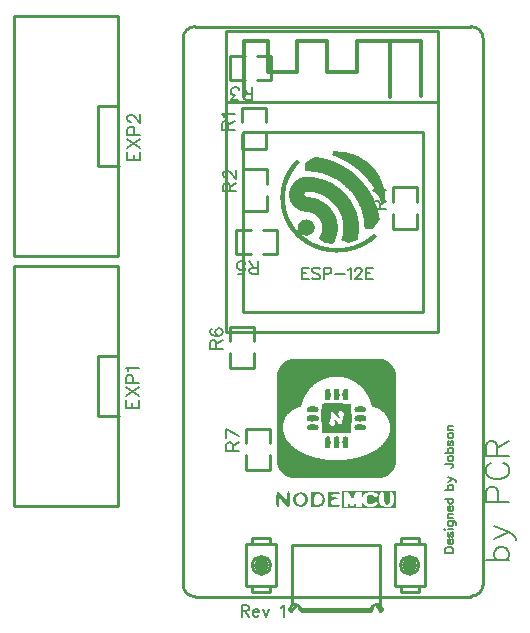
<source format=gto>
G04 Layer: TopSilkLayer*
G04 EasyEDA v6.3.53, 2020-07-02T17:27:03+02:00*
G04 cd291f7992904801b7ca3d7210451973,0d0e7d196270479aaefd99a7cd6f8dc4,10*
G04 Gerber Generator version 0.2*
G04 Scale: 100 percent, Rotated: No, Reflected: No *
G04 Dimensions in millimeters *
G04 leading zeros omitted , absolute positions ,3 integer and 3 decimal *
%FSLAX33Y33*%
%MOMM*%
G90*
G71D02*

%ADD10C,0.254000*%
%ADD15C,0.299720*%
%ADD16C,0.203200*%
%ADD17C,0.152400*%
%ADD18C,0.127000*%

%LPD*%

%LPD*%
G36*
G01X27130Y14036D02*
G01X26595Y14036D01*
G01X26595Y12787D01*
G01X27130Y12787D01*
G01X27240Y12789D01*
G01X27343Y12794D01*
G01X27434Y12803D01*
G01X27512Y12813D01*
G01X27576Y12826D01*
G01X27624Y12841D01*
G01X27654Y12859D01*
G01X27665Y12877D01*
G01X27657Y12895D01*
G01X27635Y12911D01*
G01X27599Y12927D01*
G01X27552Y12940D01*
G01X27496Y12950D01*
G01X27431Y12959D01*
G01X27359Y12964D01*
G01X27283Y12966D01*
G01X27164Y12967D01*
G01X27073Y12971D01*
G01X27005Y12981D01*
G01X26958Y12999D01*
G01X26928Y13027D01*
G01X26910Y13066D01*
G01X26903Y13120D01*
G01X26901Y13189D01*
G01X26903Y13254D01*
G01X26910Y13306D01*
G01X26924Y13345D01*
G01X26946Y13374D01*
G01X26980Y13392D01*
G01X27028Y13404D01*
G01X27089Y13410D01*
G01X27168Y13412D01*
G01X27272Y13419D01*
G01X27357Y13438D01*
G01X27414Y13466D01*
G01X27436Y13501D01*
G01X27414Y13535D01*
G01X27357Y13564D01*
G01X27272Y13583D01*
G01X27168Y13590D01*
G01X27047Y13598D01*
G01X26964Y13622D01*
G01X26916Y13663D01*
G01X26901Y13724D01*
G01X26905Y13758D01*
G01X26920Y13787D01*
G01X26945Y13810D01*
G01X26983Y13828D01*
G01X27035Y13841D01*
G01X27101Y13851D01*
G01X27184Y13856D01*
G01X27283Y13857D01*
G01X27359Y13859D01*
G01X27431Y13864D01*
G01X27496Y13872D01*
G01X27552Y13884D01*
G01X27599Y13897D01*
G01X27635Y13912D01*
G01X27657Y13928D01*
G01X27665Y13947D01*
G01X27654Y13965D01*
G01X27624Y13982D01*
G01X27576Y13997D01*
G01X27512Y14010D01*
G01X27434Y14021D01*
G01X27343Y14029D01*
G01X27240Y14034D01*
G01X27130Y14036D01*
G37*

%LPD*%
G36*
G01X25564Y14034D02*
G01X25182Y14036D01*
G01X25182Y12787D01*
G01X25564Y12789D01*
G01X25649Y12790D01*
G01X25729Y12794D01*
G01X25802Y12800D01*
G01X25870Y12809D01*
G01X25932Y12820D01*
G01X25989Y12834D01*
G01X26041Y12851D01*
G01X26088Y12871D01*
G01X26129Y12895D01*
G01X26167Y12921D01*
G01X26200Y12952D01*
G01X26229Y12986D01*
G01X26253Y13024D01*
G01X26274Y13066D01*
G01X26292Y13113D01*
G01X26305Y13163D01*
G01X26315Y13218D01*
G01X26323Y13278D01*
G01X26327Y13342D01*
G01X26328Y13412D01*
G01X26327Y13481D01*
G01X26323Y13545D01*
G01X26315Y13605D01*
G01X26305Y13660D01*
G01X26292Y13710D01*
G01X26274Y13757D01*
G01X26253Y13799D01*
G01X26229Y13837D01*
G01X26200Y13871D01*
G01X26167Y13902D01*
G01X26129Y13929D01*
G01X26088Y13952D01*
G01X26041Y13973D01*
G01X25989Y13989D01*
G01X25932Y14004D01*
G01X25870Y14015D01*
G01X25802Y14023D01*
G01X25729Y14029D01*
G01X25649Y14033D01*
G01X25564Y14034D01*
G37*

%LPC*%
G36*
G01X25798Y13904D02*
G01X25758Y13906D01*
G01X25719Y13901D01*
G01X25682Y13891D01*
G01X25646Y13874D01*
G01X25613Y13852D01*
G01X25581Y13823D01*
G01X25553Y13790D01*
G01X25527Y13751D01*
G01X25505Y13706D01*
G01X25485Y13657D01*
G01X25470Y13602D01*
G01X25459Y13543D01*
G01X25452Y13480D01*
G01X25449Y13412D01*
G01X25449Y13310D01*
G01X25450Y13224D01*
G01X25453Y13154D01*
G01X25459Y13098D01*
G01X25468Y13055D01*
G01X25481Y13022D01*
G01X25500Y12998D01*
G01X25524Y12982D01*
G01X25556Y12973D01*
G01X25596Y12968D01*
G01X25643Y12966D01*
G01X25701Y12966D01*
G01X25759Y12969D01*
G01X25814Y12979D01*
G01X25865Y12996D01*
G01X25913Y13019D01*
G01X25958Y13046D01*
G01X25998Y13078D01*
G01X26035Y13115D01*
G01X26068Y13155D01*
G01X26095Y13198D01*
G01X26118Y13244D01*
G01X26137Y13293D01*
G01X26150Y13343D01*
G01X26158Y13394D01*
G01X26160Y13447D01*
G01X26156Y13500D01*
G01X26147Y13552D01*
G01X26132Y13604D01*
G01X26109Y13655D01*
G01X26081Y13703D01*
G01X26045Y13751D01*
G01X26005Y13794D01*
G01X25963Y13830D01*
G01X25921Y13859D01*
G01X25880Y13881D01*
G01X25838Y13896D01*
G01X25798Y13904D01*
G37*

%LPD*%
G36*
G01X24363Y14005D02*
G01X24307Y14005D01*
G01X24250Y14000D01*
G01X24192Y13992D01*
G01X24133Y13978D01*
G01X24073Y13960D01*
G01X24012Y13936D01*
G01X23952Y13908D01*
G01X23907Y13883D01*
G01X23866Y13856D01*
G01X23828Y13826D01*
G01X23795Y13795D01*
G01X23765Y13761D01*
G01X23739Y13726D01*
G01X23716Y13690D01*
G01X23697Y13651D01*
G01X23681Y13612D01*
G01X23668Y13573D01*
G01X23659Y13532D01*
G01X23653Y13491D01*
G01X23650Y13449D01*
G01X23651Y13407D01*
G01X23654Y13365D01*
G01X23661Y13323D01*
G01X23670Y13282D01*
G01X23682Y13241D01*
G01X23697Y13200D01*
G01X23715Y13161D01*
G01X23736Y13122D01*
G01X23759Y13085D01*
G01X23785Y13049D01*
G01X23813Y13014D01*
G01X23843Y12982D01*
G01X23877Y12951D01*
G01X23912Y12923D01*
G01X23950Y12896D01*
G01X23990Y12872D01*
G01X24032Y12851D01*
G01X24077Y12832D01*
G01X24123Y12817D01*
G01X24171Y12804D01*
G01X24221Y12795D01*
G01X24274Y12789D01*
G01X24328Y12787D01*
G01X24380Y12791D01*
G01X24434Y12802D01*
G01X24486Y12819D01*
G01X24538Y12843D01*
G01X24589Y12872D01*
G01X24637Y12906D01*
G01X24683Y12945D01*
G01X24727Y12988D01*
G01X24767Y13033D01*
G01X24803Y13083D01*
G01X24835Y13134D01*
G01X24863Y13188D01*
G01X24884Y13243D01*
G01X24901Y13299D01*
G01X24911Y13355D01*
G01X24914Y13412D01*
G01X24912Y13473D01*
G01X24905Y13531D01*
G01X24893Y13586D01*
G01X24877Y13638D01*
G01X24856Y13688D01*
G01X24833Y13734D01*
G01X24805Y13776D01*
G01X24773Y13816D01*
G01X24738Y13852D01*
G01X24700Y13885D01*
G01X24659Y13914D01*
G01X24615Y13939D01*
G01X24569Y13960D01*
G01X24521Y13978D01*
G01X24470Y13991D01*
G01X24418Y13999D01*
G01X24363Y14005D01*
G37*

%LPC*%
G36*
G01X24313Y13863D02*
G01X24270Y13865D01*
G01X24228Y13861D01*
G01X24186Y13851D01*
G01X24147Y13835D01*
G01X24109Y13815D01*
G01X24074Y13788D01*
G01X24042Y13757D01*
G01X24012Y13721D01*
G01X23986Y13680D01*
G01X23964Y13635D01*
G01X23946Y13585D01*
G01X23932Y13531D01*
G01X23924Y13473D01*
G01X23922Y13412D01*
G01X23924Y13343D01*
G01X23932Y13280D01*
G01X23945Y13222D01*
G01X23963Y13170D01*
G01X23986Y13123D01*
G01X24014Y13082D01*
G01X24046Y13047D01*
G01X24083Y13019D01*
G01X24125Y12996D01*
G01X24171Y12979D01*
G01X24221Y12969D01*
G01X24275Y12966D01*
G01X24327Y12969D01*
G01X24375Y12979D01*
G01X24421Y12995D01*
G01X24463Y13017D01*
G01X24503Y13043D01*
G01X24538Y13075D01*
G01X24570Y13110D01*
G01X24599Y13149D01*
G01X24623Y13191D01*
G01X24643Y13235D01*
G01X24658Y13282D01*
G01X24669Y13330D01*
G01X24675Y13380D01*
G01X24676Y13431D01*
G01X24672Y13481D01*
G01X24662Y13531D01*
G01X24647Y13580D01*
G01X24625Y13628D01*
G01X24598Y13673D01*
G01X24565Y13717D01*
G01X24526Y13759D01*
G01X24485Y13793D01*
G01X24442Y13821D01*
G01X24400Y13841D01*
G01X24356Y13856D01*
G01X24313Y13863D01*
G37*

%LPD*%
G36*
G01X23287Y14092D02*
G01X23273Y14097D01*
G01X23259Y14096D01*
G01X23246Y14089D01*
G01X23232Y14077D01*
G01X23219Y14058D01*
G01X23206Y14034D01*
G01X23194Y14003D01*
G01X23183Y13965D01*
G01X23173Y13922D01*
G01X23164Y13871D01*
G01X23156Y13815D01*
G01X23149Y13751D01*
G01X23143Y13680D01*
G01X23120Y13324D01*
G01X22814Y13675D01*
G01X22757Y13740D01*
G01X22704Y13798D01*
G01X22654Y13850D01*
G01X22609Y13896D01*
G01X22566Y13935D01*
G01X22526Y13968D01*
G01X22490Y13995D01*
G01X22457Y14015D01*
G01X22426Y14028D01*
G01X22399Y14036D01*
G01X22374Y14036D01*
G01X22352Y14029D01*
G01X22331Y14016D01*
G01X22314Y13996D01*
G01X22298Y13970D01*
G01X22285Y13936D01*
G01X22274Y13895D01*
G01X22265Y13848D01*
G01X22257Y13793D01*
G01X22251Y13731D01*
G01X22246Y13662D01*
G01X22243Y13586D01*
G01X22241Y13503D01*
G01X22241Y13286D01*
G01X22243Y13179D01*
G01X22246Y13087D01*
G01X22250Y13010D01*
G01X22257Y12948D01*
G01X22265Y12898D01*
G01X22276Y12859D01*
G01X22290Y12830D01*
G01X22306Y12809D01*
G01X22326Y12797D01*
G01X22349Y12789D01*
G01X22376Y12787D01*
G01X22414Y12791D01*
G01X22444Y12802D01*
G01X22466Y12822D01*
G01X22481Y12855D01*
G01X22490Y12902D01*
G01X22492Y12964D01*
G01X22490Y13044D01*
G01X22483Y13144D01*
G01X22477Y13223D01*
G01X22475Y13292D01*
G01X22476Y13350D01*
G01X22481Y13397D01*
G01X22489Y13434D01*
G01X22501Y13460D01*
G01X22517Y13476D01*
G01X22538Y13481D01*
G01X22563Y13476D01*
G01X22592Y13460D01*
G01X22627Y13434D01*
G01X22667Y13397D01*
G01X22712Y13350D01*
G01X22762Y13292D01*
G01X22819Y13223D01*
G01X22881Y13144D01*
G01X22933Y13078D01*
G01X22981Y13020D01*
G01X23027Y12967D01*
G01X23069Y12920D01*
G01X23109Y12881D01*
G01X23146Y12847D01*
G01X23180Y12821D01*
G01X23211Y12801D01*
G01X23240Y12787D01*
G01X23266Y12781D01*
G01X23291Y12781D01*
G01X23313Y12787D01*
G01X23332Y12801D01*
G01X23350Y12821D01*
G01X23365Y12849D01*
G01X23379Y12883D01*
G01X23390Y12924D01*
G01X23400Y12972D01*
G01X23408Y13028D01*
G01X23414Y13090D01*
G01X23419Y13160D01*
G01X23422Y13236D01*
G01X23424Y13320D01*
G01X23425Y13412D01*
G01X23424Y13488D01*
G01X23421Y13562D01*
G01X23417Y13630D01*
G01X23412Y13695D01*
G01X23405Y13755D01*
G01X23396Y13810D01*
G01X23387Y13862D01*
G01X23377Y13908D01*
G01X23366Y13950D01*
G01X23354Y13986D01*
G01X23342Y14018D01*
G01X23328Y14045D01*
G01X23315Y14066D01*
G01X23301Y14082D01*
G01X23287Y14092D01*
G37*

%LPD*%
G36*
G01X32401Y14125D02*
G01X27818Y14125D01*
G01X27818Y12698D01*
G01X32401Y12698D01*
G01X32401Y14125D01*
G37*

%LPC*%
G36*
G01X31206Y14035D02*
G01X31160Y14036D01*
G01X31127Y14031D01*
G01X31097Y14019D01*
G01X31069Y13999D01*
G01X31043Y13973D01*
G01X31021Y13940D01*
G01X31000Y13901D01*
G01X30981Y13857D01*
G01X30966Y13809D01*
G01X30953Y13758D01*
G01X30942Y13702D01*
G01X30935Y13645D01*
G01X30929Y13585D01*
G01X30927Y13524D01*
G01X30927Y13462D01*
G01X30930Y13400D01*
G01X30936Y13339D01*
G01X30944Y13278D01*
G01X30956Y13219D01*
G01X30971Y13163D01*
G01X30989Y13109D01*
G01X31009Y13059D01*
G01X31033Y13012D01*
G01X31059Y12971D01*
G01X31089Y12935D01*
G01X31118Y12910D01*
G01X31155Y12886D01*
G01X31197Y12866D01*
G01X31246Y12847D01*
G01X31298Y12831D01*
G01X31355Y12817D01*
G01X31415Y12806D01*
G01X31476Y12798D01*
G01X31539Y12791D01*
G01X31603Y12787D01*
G01X31666Y12786D01*
G01X31728Y12788D01*
G01X31788Y12792D01*
G01X31845Y12800D01*
G01X31898Y12809D01*
G01X31947Y12821D01*
G01X31990Y12837D01*
G01X32027Y12854D01*
G01X32056Y12875D01*
G01X32078Y12899D01*
G01X32101Y12936D01*
G01X32121Y12979D01*
G01X32139Y13026D01*
G01X32155Y13078D01*
G01X32168Y13133D01*
G01X32179Y13192D01*
G01X32187Y13252D01*
G01X32193Y13315D01*
G01X32198Y13379D01*
G01X32200Y13443D01*
G01X32200Y13507D01*
G01X32198Y13570D01*
G01X32193Y13631D01*
G01X32187Y13691D01*
G01X32178Y13748D01*
G01X32168Y13802D01*
G01X32156Y13851D01*
G01X32142Y13896D01*
G01X32126Y13936D01*
G01X32108Y13971D01*
G01X32088Y13998D01*
G01X32067Y14019D01*
G01X32044Y14031D01*
G01X32019Y14036D01*
G01X31959Y14034D01*
G01X31914Y14026D01*
G01X31881Y14007D01*
G01X31859Y13974D01*
G01X31848Y13921D01*
G01X31843Y13845D01*
G01X31846Y13742D01*
G01X31854Y13607D01*
G01X31858Y13496D01*
G01X31859Y13400D01*
G01X31855Y13317D01*
G01X31845Y13246D01*
G01X31830Y13186D01*
G01X31810Y13135D01*
G01X31784Y13092D01*
G01X31752Y13055D01*
G01X31710Y13019D01*
G01X31671Y12994D01*
G01X31633Y12977D01*
G01X31597Y12971D01*
G01X31563Y12974D01*
G01X31532Y12986D01*
G01X31503Y13007D01*
G01X31476Y13038D01*
G01X31452Y13076D01*
G01X31431Y13124D01*
G01X31413Y13180D01*
G01X31397Y13244D01*
G01X31386Y13316D01*
G01X31377Y13396D01*
G01X31372Y13483D01*
G01X31370Y13578D01*
G01X31370Y13679D01*
G01X31368Y13765D01*
G01X31365Y13835D01*
G01X31360Y13892D01*
G01X31352Y13937D01*
G01X31340Y13972D01*
G01X31324Y13997D01*
G01X31304Y14015D01*
G01X31278Y14026D01*
G01X31245Y14032D01*
G01X31206Y14035D01*
G37*
G36*
G01X28166Y14036D02*
G01X27932Y14036D01*
G01X27932Y13271D01*
G01X27933Y13153D01*
G01X27935Y13056D01*
G01X27940Y12978D01*
G01X27948Y12917D01*
G01X27958Y12871D01*
G01X27973Y12837D01*
G01X27992Y12814D01*
G01X28017Y12799D01*
G01X28047Y12791D01*
G01X28084Y12788D01*
G01X28129Y12787D01*
G01X28188Y12789D01*
G01X28234Y12796D01*
G01X28267Y12810D01*
G01X28289Y12835D01*
G01X28302Y12871D01*
G01X28306Y12922D01*
G01X28303Y12990D01*
G01X28296Y13077D01*
G01X28265Y13367D01*
G01X28431Y13077D01*
G01X28479Y12995D01*
G01X28522Y12927D01*
G01X28560Y12875D01*
G01X28594Y12837D01*
G01X28626Y12815D01*
G01X28658Y12807D01*
G01X28689Y12815D01*
G01X28721Y12837D01*
G01X28756Y12875D01*
G01X28794Y12927D01*
G01X28837Y12995D01*
G01X28885Y13077D01*
G01X29050Y13367D01*
G01X29020Y13077D01*
G01X29012Y12987D01*
G01X29009Y12917D01*
G01X29014Y12866D01*
G01X29029Y12831D01*
G01X29056Y12808D01*
G01X29096Y12794D01*
G01X29152Y12789D01*
G01X29225Y12787D01*
G01X29460Y12787D01*
G01X29460Y14036D01*
G01X29173Y14036D01*
G01X29063Y14030D01*
G01X28976Y14016D01*
G01X28919Y13995D01*
G01X28903Y13968D01*
G01X28900Y13922D01*
G01X28878Y13844D01*
G01X28842Y13744D01*
G01X28796Y13636D01*
G01X28673Y13369D01*
G01X28536Y13702D01*
G01X28496Y13796D01*
G01X28458Y13871D01*
G01X28421Y13930D01*
G01X28382Y13973D01*
G01X28339Y14004D01*
G01X28291Y14023D01*
G01X28234Y14032D01*
G01X28166Y14036D01*
G37*
G36*
G01X30252Y14046D02*
G01X30193Y14046D01*
G01X30135Y14043D01*
G01X30078Y14036D01*
G01X30023Y14025D01*
G01X29970Y14012D01*
G01X29919Y13995D01*
G01X29870Y13976D01*
G01X29824Y13953D01*
G01X29779Y13927D01*
G01X29738Y13898D01*
G01X29699Y13866D01*
G01X29663Y13832D01*
G01X29630Y13795D01*
G01X29600Y13756D01*
G01X29574Y13713D01*
G01X29551Y13669D01*
G01X29533Y13622D01*
G01X29518Y13573D01*
G01X29507Y13521D01*
G01X29500Y13468D01*
G01X29498Y13412D01*
G01X29500Y13354D01*
G01X29506Y13299D01*
G01X29515Y13247D01*
G01X29529Y13197D01*
G01X29545Y13150D01*
G01X29566Y13105D01*
G01X29589Y13063D01*
G01X29616Y13024D01*
G01X29647Y12988D01*
G01X29680Y12954D01*
G01X29718Y12924D01*
G01X29758Y12896D01*
G01X29801Y12871D01*
G01X29847Y12850D01*
G01X29895Y12832D01*
G01X29947Y12816D01*
G01X30001Y12805D01*
G01X30059Y12797D01*
G01X30119Y12792D01*
G01X30181Y12791D01*
G01X30264Y12793D01*
G01X30342Y12800D01*
G01X30417Y12810D01*
G01X30486Y12823D01*
G01X30550Y12840D01*
G01X30609Y12859D01*
G01X30660Y12880D01*
G01X30706Y12904D01*
G01X30744Y12929D01*
G01X30775Y12956D01*
G01X30796Y12984D01*
G01X30810Y13013D01*
G01X30815Y13043D01*
G01X30810Y13073D01*
G01X30794Y13104D01*
G01X30769Y13134D01*
G01X30735Y13163D01*
G01X30703Y13183D01*
G01X30671Y13193D01*
G01X30637Y13193D01*
G01X30600Y13184D01*
G01X30559Y13164D01*
G01X30511Y13134D01*
G01X30455Y13093D01*
G01X30401Y13056D01*
G01X30348Y13028D01*
G01X30296Y13009D01*
G01X30244Y12997D01*
G01X30195Y12994D01*
G01X30147Y12998D01*
G01X30102Y13010D01*
G01X30060Y13029D01*
G01X30021Y13055D01*
G01X29986Y13087D01*
G01X29956Y13126D01*
G01X29929Y13172D01*
G01X29909Y13223D01*
G01X29893Y13281D01*
G01X29883Y13344D01*
G01X29880Y13412D01*
G01X29883Y13480D01*
G01X29893Y13543D01*
G01X29909Y13601D01*
G01X29930Y13652D01*
G01X29956Y13698D01*
G01X29987Y13737D01*
G01X30022Y13769D01*
G01X30061Y13795D01*
G01X30103Y13814D01*
G01X30148Y13825D01*
G01X30196Y13829D01*
G01X30246Y13825D01*
G01X30298Y13813D01*
G01X30350Y13793D01*
G01X30404Y13765D01*
G01X30459Y13727D01*
G01X30521Y13681D01*
G01X30571Y13648D01*
G01X30613Y13628D01*
G01X30648Y13619D01*
G01X30680Y13624D01*
G01X30711Y13641D01*
G01X30743Y13670D01*
G01X30781Y13711D01*
G01X30815Y13754D01*
G01X30839Y13789D01*
G01X30849Y13818D01*
G01X30847Y13843D01*
G01X30831Y13866D01*
G01X30800Y13889D01*
G01X30753Y13914D01*
G01X30690Y13943D01*
G01X30626Y13969D01*
G01X30563Y13991D01*
G01X30499Y14010D01*
G01X30436Y14024D01*
G01X30374Y14036D01*
G01X30313Y14043D01*
G01X30252Y14046D01*
G37*

%LPD*%
G36*
G01X27602Y25332D02*
G01X27235Y25332D01*
G01X27144Y25331D01*
G01X26688Y25331D01*
G01X26598Y25330D01*
G01X26329Y25330D01*
G01X26240Y25329D01*
G01X26152Y25329D01*
G01X26064Y25328D01*
G01X25978Y25328D01*
G01X25891Y25327D01*
G01X25805Y25327D01*
G01X25721Y25326D01*
G01X25636Y25326D01*
G01X25471Y25325D01*
G01X25389Y25324D01*
G01X25309Y25323D01*
G01X25229Y25323D01*
G01X25151Y25322D01*
G01X25074Y25321D01*
G01X24922Y25319D01*
G01X24849Y25319D01*
G01X24777Y25318D01*
G01X24635Y25316D01*
G01X24567Y25315D01*
G01X24500Y25314D01*
G01X24435Y25313D01*
G01X24371Y25312D01*
G01X24309Y25311D01*
G01X24248Y25310D01*
G01X24189Y25308D01*
G01X24132Y25307D01*
G01X24077Y25306D01*
G01X24023Y25305D01*
G01X23972Y25303D01*
G01X23922Y25302D01*
G01X23873Y25300D01*
G01X23828Y25299D01*
G01X23784Y25298D01*
G01X23742Y25296D01*
G01X23702Y25295D01*
G01X23664Y25293D01*
G01X23629Y25292D01*
G01X23596Y25290D01*
G01X23565Y25289D01*
G01X23537Y25287D01*
G01X23510Y25286D01*
G01X23487Y25284D01*
G01X23466Y25282D01*
G01X23447Y25281D01*
G01X23430Y25279D01*
G01X23417Y25277D01*
G01X23406Y25275D01*
G01X23398Y25274D01*
G01X23344Y25258D01*
G01X23291Y25240D01*
G01X23238Y25220D01*
G01X23187Y25198D01*
G01X23136Y25174D01*
G01X23087Y25148D01*
G01X23038Y25120D01*
G01X22990Y25090D01*
G01X22943Y25059D01*
G01X22898Y25026D01*
G01X22853Y24991D01*
G01X22810Y24954D01*
G01X22769Y24916D01*
G01X22728Y24877D01*
G01X22689Y24836D01*
G01X22652Y24793D01*
G01X22616Y24750D01*
G01X22581Y24705D01*
G01X22517Y24611D01*
G01X22488Y24563D01*
G01X22461Y24513D01*
G01X22435Y24463D01*
G01X22411Y24411D01*
G01X22390Y24359D01*
G01X22370Y24306D01*
G01X22353Y24252D01*
G01X22337Y24198D01*
G01X22335Y24189D01*
G01X22333Y24178D01*
G01X22332Y24165D01*
G01X22330Y24148D01*
G01X22328Y24129D01*
G01X22326Y24107D01*
G01X22325Y24083D01*
G01X22323Y24057D01*
G01X22322Y24028D01*
G01X22319Y23997D01*
G01X22318Y23964D01*
G01X22316Y23928D01*
G01X22315Y23891D01*
G01X22313Y23851D01*
G01X22312Y23809D01*
G01X22311Y23765D01*
G01X22309Y23719D01*
G01X22308Y23671D01*
G01X22307Y23620D01*
G01X22305Y23569D01*
G01X22304Y23515D01*
G01X22303Y23460D01*
G01X22302Y23403D01*
G01X22301Y23344D01*
G01X22299Y23283D01*
G01X22298Y23221D01*
G01X22297Y23157D01*
G01X22296Y23092D01*
G01X22295Y23025D01*
G01X22294Y22957D01*
G01X22293Y22887D01*
G01X22292Y22816D01*
G01X22292Y22744D01*
G01X22291Y22671D01*
G01X22290Y22595D01*
G01X22289Y22520D01*
G01X22287Y22364D01*
G01X22286Y22285D01*
G01X22286Y22205D01*
G01X22284Y22041D01*
G01X22284Y21958D01*
G01X22283Y21874D01*
G01X22283Y21790D01*
G01X22282Y21704D01*
G01X22282Y21618D01*
G01X22281Y21532D01*
G01X22281Y21356D01*
G01X22280Y21268D01*
G01X22280Y21090D01*
G01X22279Y21000D01*
G01X22279Y20547D01*
G01X22278Y20456D01*
G01X22278Y20090D01*
G01X22279Y19999D01*
G01X22279Y19546D01*
G01X22280Y19456D01*
G01X22280Y19278D01*
G01X22281Y19190D01*
G01X22281Y19014D01*
G01X22282Y18928D01*
G01X22282Y18842D01*
G01X22283Y18756D01*
G01X22283Y18672D01*
G01X22284Y18588D01*
G01X22284Y18505D01*
G01X22286Y18341D01*
G01X22286Y18261D01*
G01X22287Y18182D01*
G01X22289Y18026D01*
G01X22291Y17876D01*
G01X22292Y17802D01*
G01X22292Y17730D01*
G01X22293Y17659D01*
G01X22295Y17521D01*
G01X22296Y17454D01*
G01X22297Y17389D01*
G01X22298Y17325D01*
G01X22299Y17263D01*
G01X22301Y17202D01*
G01X22302Y17143D01*
G01X22303Y17086D01*
G01X22304Y17031D01*
G01X22305Y16977D01*
G01X22307Y16926D01*
G01X22308Y16875D01*
G01X22309Y16828D01*
G01X22311Y16781D01*
G01X22312Y16737D01*
G01X22313Y16695D01*
G01X22315Y16655D01*
G01X22316Y16618D01*
G01X22318Y16582D01*
G01X22319Y16549D01*
G01X22322Y16518D01*
G01X22323Y16489D01*
G01X22325Y16463D01*
G01X22326Y16439D01*
G01X22328Y16417D01*
G01X22330Y16398D01*
G01X22332Y16381D01*
G01X22333Y16368D01*
G01X22335Y16357D01*
G01X22337Y16348D01*
G01X22353Y16293D01*
G01X22370Y16238D01*
G01X22390Y16184D01*
G01X22412Y16132D01*
G01X22436Y16080D01*
G01X22462Y16029D01*
G01X22489Y15980D01*
G01X22519Y15931D01*
G01X22550Y15884D01*
G01X22583Y15837D01*
G01X22618Y15792D01*
G01X22654Y15749D01*
G01X22692Y15706D01*
G01X22731Y15665D01*
G01X22772Y15626D01*
G01X22814Y15588D01*
G01X22858Y15552D01*
G01X22903Y15517D01*
G01X22949Y15484D01*
G01X22997Y15453D01*
G01X23045Y15423D01*
G01X23095Y15395D01*
G01X23146Y15370D01*
G01X23197Y15346D01*
G01X23250Y15324D01*
G01X23303Y15304D01*
G01X23357Y15286D01*
G01X23413Y15271D01*
G01X23421Y15269D01*
G01X23433Y15267D01*
G01X23447Y15265D01*
G01X23463Y15263D01*
G01X23482Y15262D01*
G01X23504Y15260D01*
G01X23528Y15258D01*
G01X23554Y15257D01*
G01X23583Y15255D01*
G01X23614Y15253D01*
G01X23647Y15252D01*
G01X23683Y15250D01*
G01X23721Y15249D01*
G01X23761Y15247D01*
G01X23803Y15246D01*
G01X23847Y15244D01*
G01X23893Y15243D01*
G01X23941Y15242D01*
G01X23991Y15240D01*
G01X24043Y15239D01*
G01X24096Y15237D01*
G01X24152Y15236D01*
G01X24209Y15235D01*
G01X24268Y15234D01*
G01X24329Y15233D01*
G01X24391Y15231D01*
G01X24455Y15230D01*
G01X24520Y15229D01*
G01X24587Y15228D01*
G01X24655Y15227D01*
G01X24725Y15226D01*
G01X24796Y15225D01*
G01X24868Y15225D01*
G01X25016Y15223D01*
G01X25093Y15222D01*
G01X25169Y15221D01*
G01X25248Y15221D01*
G01X25327Y15220D01*
G01X25407Y15219D01*
G01X25488Y15218D01*
G01X25571Y15218D01*
G01X25654Y15217D01*
G01X25737Y15217D01*
G01X25822Y15216D01*
G01X25908Y15216D01*
G01X25993Y15215D01*
G01X26080Y15215D01*
G01X26168Y15214D01*
G01X26344Y15214D01*
G01X26433Y15213D01*
G01X26702Y15213D01*
G01X26792Y15212D01*
G01X27885Y15212D01*
G01X27976Y15213D01*
G01X28245Y15213D01*
G01X28334Y15214D01*
G01X28510Y15214D01*
G01X28597Y15215D01*
G01X28770Y15216D01*
G01X28855Y15216D01*
G01X28940Y15217D01*
G01X29024Y15217D01*
G01X29107Y15218D01*
G01X29189Y15218D01*
G01X29270Y15219D01*
G01X29350Y15220D01*
G01X29429Y15221D01*
G01X29508Y15221D01*
G01X29585Y15222D01*
G01X29661Y15223D01*
G01X29736Y15224D01*
G01X29809Y15225D01*
G01X29882Y15225D01*
G01X29953Y15226D01*
G01X30022Y15227D01*
G01X30090Y15228D01*
G01X30157Y15229D01*
G01X30222Y15230D01*
G01X30286Y15231D01*
G01X30348Y15233D01*
G01X30409Y15234D01*
G01X30468Y15235D01*
G01X30525Y15236D01*
G01X30581Y15237D01*
G01X30634Y15239D01*
G01X30686Y15240D01*
G01X30737Y15242D01*
G01X30831Y15244D01*
G01X30875Y15246D01*
G01X30917Y15247D01*
G01X30957Y15249D01*
G01X30995Y15250D01*
G01X31030Y15252D01*
G01X31063Y15253D01*
G01X31095Y15255D01*
G01X31123Y15257D01*
G01X31150Y15258D01*
G01X31174Y15260D01*
G01X31195Y15262D01*
G01X31215Y15263D01*
G01X31231Y15265D01*
G01X31245Y15267D01*
G01X31256Y15269D01*
G01X31265Y15271D01*
G01X31320Y15286D01*
G01X31374Y15304D01*
G01X31428Y15324D01*
G01X31480Y15346D01*
G01X31532Y15370D01*
G01X31583Y15395D01*
G01X31632Y15423D01*
G01X31681Y15453D01*
G01X31728Y15484D01*
G01X31774Y15517D01*
G01X31819Y15552D01*
G01X31863Y15588D01*
G01X31905Y15626D01*
G01X31946Y15665D01*
G01X31985Y15706D01*
G01X32023Y15749D01*
G01X32059Y15792D01*
G01X32094Y15837D01*
G01X32127Y15884D01*
G01X32158Y15931D01*
G01X32188Y15980D01*
G01X32216Y16029D01*
G01X32242Y16080D01*
G01X32266Y16132D01*
G01X32287Y16184D01*
G01X32307Y16238D01*
G01X32325Y16293D01*
G01X32340Y16348D01*
G01X32342Y16357D01*
G01X32344Y16368D01*
G01X32346Y16381D01*
G01X32348Y16398D01*
G01X32349Y16418D01*
G01X32351Y16439D01*
G01X32353Y16463D01*
G01X32355Y16489D01*
G01X32356Y16518D01*
G01X32358Y16549D01*
G01X32360Y16583D01*
G01X32361Y16618D01*
G01X32363Y16656D01*
G01X32364Y16696D01*
G01X32365Y16738D01*
G01X32367Y16782D01*
G01X32368Y16828D01*
G01X32370Y16876D01*
G01X32371Y16926D01*
G01X32372Y16978D01*
G01X32373Y17031D01*
G01X32375Y17087D01*
G01X32376Y17144D01*
G01X32377Y17203D01*
G01X32378Y17263D01*
G01X32380Y17389D01*
G01X32382Y17521D01*
G01X32383Y17590D01*
G01X32385Y17660D01*
G01X32386Y17731D01*
G01X32387Y17803D01*
G01X32387Y17877D01*
G01X32388Y17951D01*
G01X32389Y18027D01*
G01X32390Y18104D01*
G01X32391Y18182D01*
G01X32391Y18262D01*
G01X32392Y18342D01*
G01X32393Y18423D01*
G01X32393Y18505D01*
G01X32394Y18588D01*
G01X32394Y18672D01*
G01X32395Y18757D01*
G01X32395Y18842D01*
G01X32396Y19015D01*
G01X32397Y19102D01*
G01X32397Y19279D01*
G01X32398Y19368D01*
G01X32398Y19637D01*
G01X32399Y19727D01*
G01X32399Y20729D01*
G01X32398Y20820D01*
G01X32398Y21091D01*
G01X32397Y21180D01*
G01X32397Y21357D01*
G01X32396Y21445D01*
G01X32396Y21619D01*
G01X32395Y21705D01*
G01X32395Y21791D01*
G01X32394Y21876D01*
G01X32394Y21959D01*
G01X32393Y22042D01*
G01X32392Y22124D01*
G01X32392Y22206D01*
G01X32391Y22286D01*
G01X32390Y22365D01*
G01X32389Y22443D01*
G01X32389Y22521D01*
G01X32387Y22671D01*
G01X32386Y22745D01*
G01X32385Y22817D01*
G01X32384Y22888D01*
G01X32383Y22958D01*
G01X32382Y23026D01*
G01X32381Y23093D01*
G01X32380Y23158D01*
G01X32379Y23222D01*
G01X32378Y23284D01*
G01X32377Y23345D01*
G01X32375Y23404D01*
G01X32374Y23461D01*
G01X32373Y23516D01*
G01X32372Y23570D01*
G01X32370Y23622D01*
G01X32369Y23672D01*
G01X32368Y23720D01*
G01X32366Y23766D01*
G01X32365Y23810D01*
G01X32364Y23852D01*
G01X32362Y23892D01*
G01X32361Y23930D01*
G01X32359Y23965D01*
G01X32358Y23998D01*
G01X32356Y24030D01*
G01X32354Y24058D01*
G01X32352Y24085D01*
G01X32351Y24109D01*
G01X32349Y24131D01*
G01X32347Y24149D01*
G01X32345Y24166D01*
G01X32344Y24180D01*
G01X32342Y24191D01*
G01X32340Y24200D01*
G01X32325Y24255D01*
G01X32307Y24309D01*
G01X32287Y24363D01*
G01X32265Y24416D01*
G01X32241Y24467D01*
G01X32215Y24518D01*
G01X32188Y24567D01*
G01X32158Y24616D01*
G01X32127Y24663D01*
G01X32094Y24710D01*
G01X32059Y24754D01*
G01X32023Y24798D01*
G01X31985Y24840D01*
G01X31946Y24881D01*
G01X31862Y24959D01*
G01X31819Y24995D01*
G01X31773Y25030D01*
G01X31727Y25063D01*
G01X31680Y25094D01*
G01X31631Y25123D01*
G01X31581Y25151D01*
G01X31531Y25177D01*
G01X31479Y25201D01*
G01X31426Y25223D01*
G01X31373Y25243D01*
G01X31318Y25260D01*
G01X31263Y25276D01*
G01X31255Y25278D01*
G01X31244Y25279D01*
G01X31230Y25281D01*
G01X31213Y25283D01*
G01X31194Y25285D01*
G01X31173Y25286D01*
G01X31149Y25288D01*
G01X31123Y25289D01*
G01X31094Y25291D01*
G01X31063Y25292D01*
G01X31030Y25294D01*
G01X30994Y25295D01*
G01X30957Y25297D01*
G01X30916Y25298D01*
G01X30875Y25300D01*
G01X30831Y25301D01*
G01X30784Y25302D01*
G01X30736Y25304D01*
G01X30686Y25305D01*
G01X30634Y25307D01*
G01X30581Y25308D01*
G01X30525Y25309D01*
G01X30467Y25310D01*
G01X30408Y25311D01*
G01X30348Y25312D01*
G01X30285Y25313D01*
G01X30221Y25314D01*
G01X30156Y25315D01*
G01X30089Y25316D01*
G01X29951Y25318D01*
G01X29880Y25319D01*
G01X29807Y25320D01*
G01X29733Y25321D01*
G01X29658Y25322D01*
G01X29582Y25322D01*
G01X29505Y25323D01*
G01X29426Y25324D01*
G01X29347Y25324D01*
G01X29185Y25326D01*
G01X29102Y25326D01*
G01X29018Y25327D01*
G01X28935Y25327D01*
G01X28764Y25328D01*
G01X28678Y25329D01*
G01X28503Y25329D01*
G01X28414Y25330D01*
G01X28237Y25330D01*
G01X28147Y25331D01*
G01X27694Y25331D01*
G01X27602Y25332D01*
G37*

%LPC*%
G36*
G01X27360Y23807D02*
G01X27304Y23807D01*
G01X27248Y23806D01*
G01X27192Y23804D01*
G01X27137Y23801D01*
G01X27081Y23796D01*
G01X27026Y23791D01*
G01X26971Y23785D01*
G01X26916Y23777D01*
G01X26862Y23769D01*
G01X26807Y23760D01*
G01X26699Y23738D01*
G01X26593Y23712D01*
G01X26540Y23698D01*
G01X26487Y23682D01*
G01X26435Y23666D01*
G01X26383Y23649D01*
G01X26331Y23631D01*
G01X26280Y23612D01*
G01X26229Y23592D01*
G01X26179Y23571D01*
G01X26128Y23549D01*
G01X26079Y23526D01*
G01X26029Y23503D01*
G01X25981Y23478D01*
G01X25932Y23453D01*
G01X25884Y23426D01*
G01X25837Y23400D01*
G01X25790Y23372D01*
G01X25743Y23343D01*
G01X25697Y23313D01*
G01X25652Y23283D01*
G01X25607Y23251D01*
G01X25563Y23219D01*
G01X25518Y23186D01*
G01X25475Y23153D01*
G01X25433Y23118D01*
G01X25390Y23083D01*
G01X25349Y23047D01*
G01X25308Y23010D01*
G01X25267Y22972D01*
G01X25228Y22934D01*
G01X25189Y22895D01*
G01X25150Y22855D01*
G01X25112Y22814D01*
G01X25075Y22773D01*
G01X25039Y22731D01*
G01X25003Y22688D01*
G01X24968Y22645D01*
G01X24934Y22600D01*
G01X24901Y22556D01*
G01X24868Y22510D01*
G01X24836Y22464D01*
G01X24805Y22417D01*
G01X24774Y22369D01*
G01X24745Y22321D01*
G01X24716Y22272D01*
G01X24688Y22223D01*
G01X24660Y22173D01*
G01X24634Y22122D01*
G01X24609Y22071D01*
G01X24584Y22019D01*
G01X24560Y21966D01*
G01X24516Y21859D01*
G01X24495Y21805D01*
G01X24475Y21750D01*
G01X24437Y21638D01*
G01X24420Y21582D01*
G01X24404Y21524D01*
G01X24389Y21467D01*
G01X24374Y21409D01*
G01X24361Y21350D01*
G01X24345Y21305D01*
G01X24312Y21273D01*
G01X24254Y21249D01*
G01X24159Y21226D01*
G01X24103Y21213D01*
G01X24046Y21196D01*
G01X23988Y21176D01*
G01X23930Y21154D01*
G01X23872Y21128D01*
G01X23815Y21100D01*
G01X23757Y21070D01*
G01X23699Y21037D01*
G01X23643Y21001D01*
G01X23587Y20964D01*
G01X23532Y20925D01*
G01X23478Y20884D01*
G01X23425Y20841D01*
G01X23374Y20797D01*
G01X23325Y20751D01*
G01X23277Y20704D01*
G01X23231Y20656D01*
G01X23188Y20607D01*
G01X23147Y20557D01*
G01X23108Y20507D01*
G01X23073Y20456D01*
G01X23040Y20404D01*
G01X23010Y20353D01*
G01X22983Y20301D01*
G01X22943Y20211D01*
G01X22926Y20167D01*
G01X22908Y20122D01*
G01X22893Y20078D01*
G01X22878Y20033D01*
G01X22865Y19988D01*
G01X22853Y19944D01*
G01X22833Y19854D01*
G01X22825Y19809D01*
G01X22818Y19765D01*
G01X22812Y19721D01*
G01X22807Y19676D01*
G01X22804Y19632D01*
G01X22802Y19587D01*
G01X22800Y19543D01*
G01X22800Y19499D01*
G01X22802Y19454D01*
G01X22804Y19410D01*
G01X22807Y19366D01*
G01X22812Y19323D01*
G01X22817Y19279D01*
G01X22824Y19235D01*
G01X22842Y19149D01*
G01X22852Y19105D01*
G01X22863Y19062D01*
G01X22875Y19019D01*
G01X22889Y18976D01*
G01X22903Y18934D01*
G01X22919Y18892D01*
G01X22936Y18849D01*
G01X22953Y18808D01*
G01X22972Y18766D01*
G01X22992Y18724D01*
G01X23013Y18683D01*
G01X23035Y18642D01*
G01X23081Y18560D01*
G01X23133Y18480D01*
G01X23160Y18439D01*
G01X23188Y18400D01*
G01X23217Y18361D01*
G01X23277Y18283D01*
G01X23309Y18244D01*
G01X23342Y18206D01*
G01X23376Y18168D01*
G01X23410Y18131D01*
G01X23446Y18093D01*
G01X23482Y18057D01*
G01X23520Y18020D01*
G01X23598Y17948D01*
G01X23638Y17913D01*
G01X23679Y17878D01*
G01X23721Y17843D01*
G01X23807Y17775D01*
G01X23852Y17741D01*
G01X23944Y17675D01*
G01X23991Y17643D01*
G01X24039Y17611D01*
G01X24088Y17580D01*
G01X24138Y17549D01*
G01X24188Y17519D01*
G01X24292Y17459D01*
G01X24345Y17430D01*
G01X24398Y17402D01*
G01X24508Y17346D01*
G01X24564Y17319D01*
G01X24621Y17292D01*
G01X24679Y17266D01*
G01X24737Y17241D01*
G01X24797Y17216D01*
G01X24856Y17191D01*
G01X24917Y17167D01*
G01X24978Y17144D01*
G01X25040Y17121D01*
G01X25166Y17077D01*
G01X25231Y17056D01*
G01X25295Y17036D01*
G01X25361Y17016D01*
G01X25427Y16997D01*
G01X25494Y16978D01*
G01X25562Y16960D01*
G01X25630Y16943D01*
G01X25699Y16926D01*
G01X25768Y16910D01*
G01X25910Y16879D01*
G01X25981Y16866D01*
G01X26053Y16852D01*
G01X26126Y16839D01*
G01X26196Y16828D01*
G01X26267Y16817D01*
G01X26337Y16807D01*
G01X26477Y16788D01*
G01X26617Y16773D01*
G01X26687Y16767D01*
G01X26757Y16760D01*
G01X26827Y16755D01*
G01X26967Y16747D01*
G01X27036Y16744D01*
G01X27106Y16741D01*
G01X27175Y16739D01*
G01X27244Y16738D01*
G01X27451Y16738D01*
G01X27587Y16742D01*
G01X27656Y16744D01*
G01X27724Y16747D01*
G01X27791Y16751D01*
G01X27859Y16756D01*
G01X27926Y16761D01*
G01X28060Y16773D01*
G01X28192Y16787D01*
G01X28259Y16796D01*
G01X28390Y16814D01*
G01X28455Y16824D01*
G01X28519Y16834D01*
G01X28584Y16845D01*
G01X28712Y16869D01*
G01X28775Y16882D01*
G01X28901Y16909D01*
G01X29025Y16939D01*
G01X29086Y16955D01*
G01X29147Y16970D01*
G01X29207Y16987D01*
G01X29268Y17004D01*
G01X29328Y17022D01*
G01X29387Y17040D01*
G01X29446Y17059D01*
G01X29504Y17078D01*
G01X29562Y17098D01*
G01X29619Y17118D01*
G01X29733Y17160D01*
G01X29789Y17182D01*
G01X29844Y17204D01*
G01X29899Y17227D01*
G01X29953Y17250D01*
G01X30007Y17274D01*
G01X30113Y17322D01*
G01X30165Y17347D01*
G01X30267Y17399D01*
G01X30317Y17425D01*
G01X30367Y17452D01*
G01X30417Y17480D01*
G01X30513Y17536D01*
G01X30560Y17565D01*
G01X30652Y17623D01*
G01X30742Y17683D01*
G01X30828Y17745D01*
G01X30870Y17776D01*
G01X30912Y17808D01*
G01X30953Y17841D01*
G01X30993Y17873D01*
G01X31071Y17941D01*
G01X31108Y17974D01*
G01X31145Y18009D01*
G01X31182Y18043D01*
G01X31252Y18113D01*
G01X31286Y18149D01*
G01X31319Y18185D01*
G01X31351Y18221D01*
G01X31382Y18259D01*
G01X31442Y18333D01*
G01X31471Y18371D01*
G01X31499Y18409D01*
G01X31525Y18447D01*
G01X31551Y18486D01*
G01X31601Y18564D01*
G01X31624Y18604D01*
G01X31668Y18684D01*
G01X31688Y18725D01*
G01X31726Y18807D01*
G01X31743Y18848D01*
G01X31760Y18890D01*
G01X31790Y18974D01*
G01X31803Y19016D01*
G01X31816Y19060D01*
G01X31827Y19102D01*
G01X31837Y19146D01*
G01X31847Y19189D01*
G01X31855Y19233D01*
G01X31862Y19277D01*
G01X31868Y19321D01*
G01X31872Y19366D01*
G01X31877Y19411D01*
G01X31880Y19466D01*
G01X31880Y19522D01*
G01X31879Y19577D01*
G01X31876Y19633D01*
G01X31871Y19689D01*
G01X31864Y19744D01*
G01X31855Y19799D01*
G01X31844Y19853D01*
G01X31831Y19908D01*
G01X31817Y19962D01*
G01X31801Y20015D01*
G01X31783Y20068D01*
G01X31763Y20121D01*
G01X31742Y20173D01*
G01X31720Y20224D01*
G01X31695Y20275D01*
G01X31669Y20325D01*
G01X31642Y20374D01*
G01X31613Y20422D01*
G01X31582Y20470D01*
G01X31551Y20516D01*
G01X31517Y20562D01*
G01X31483Y20607D01*
G01X31447Y20650D01*
G01X31411Y20692D01*
G01X31373Y20734D01*
G01X31333Y20774D01*
G01X31293Y20813D01*
G01X31251Y20850D01*
G01X31208Y20887D01*
G01X31165Y20921D01*
G01X31120Y20955D01*
G01X31074Y20987D01*
G01X31028Y21017D01*
G01X30980Y21046D01*
G01X30932Y21073D01*
G01X30883Y21099D01*
G01X30833Y21123D01*
G01X30782Y21144D01*
G01X30730Y21165D01*
G01X30679Y21183D01*
G01X30626Y21199D01*
G01X30572Y21214D01*
G01X30519Y21226D01*
G01X30424Y21249D01*
G01X30365Y21274D01*
G01X30333Y21305D01*
G01X30316Y21350D01*
G01X30302Y21412D01*
G01X30287Y21474D01*
G01X30271Y21535D01*
G01X30235Y21655D01*
G01X30215Y21714D01*
G01X30195Y21772D01*
G01X30173Y21831D01*
G01X30150Y21888D01*
G01X30126Y21945D01*
G01X30102Y22001D01*
G01X30076Y22057D01*
G01X30049Y22112D01*
G01X30021Y22167D01*
G01X29992Y22220D01*
G01X29962Y22274D01*
G01X29900Y22378D01*
G01X29867Y22429D01*
G01X29799Y22529D01*
G01X29764Y22578D01*
G01X29727Y22625D01*
G01X29690Y22673D01*
G01X29652Y22719D01*
G01X29613Y22765D01*
G01X29573Y22810D01*
G01X29532Y22854D01*
G01X29491Y22897D01*
G01X29448Y22940D01*
G01X29405Y22981D01*
G01X29361Y23022D01*
G01X29317Y23062D01*
G01X29271Y23101D01*
G01X29225Y23139D01*
G01X29178Y23176D01*
G01X29130Y23212D01*
G01X29081Y23248D01*
G01X29032Y23282D01*
G01X28932Y23348D01*
G01X28880Y23379D01*
G01X28829Y23409D01*
G01X28776Y23439D01*
G01X28723Y23467D01*
G01X28668Y23495D01*
G01X28614Y23521D01*
G01X28559Y23546D01*
G01X28447Y23594D01*
G01X28390Y23615D01*
G01X28332Y23636D01*
G01X28274Y23656D01*
G01X28216Y23675D01*
G01X28156Y23692D01*
G01X28097Y23709D01*
G01X28040Y23723D01*
G01X27926Y23749D01*
G01X27869Y23760D01*
G01X27813Y23769D01*
G01X27756Y23778D01*
G01X27699Y23786D01*
G01X27642Y23792D01*
G01X27585Y23797D01*
G01X27529Y23801D01*
G01X27473Y23804D01*
G01X27416Y23806D01*
G01X27360Y23807D01*
G37*

%LPD*%
G36*
G01X28142Y22798D02*
G01X28097Y22800D01*
G01X28056Y22793D01*
G01X28011Y22776D01*
G01X27966Y22750D01*
G01X27927Y22718D01*
G01X27901Y22690D01*
G01X27882Y22663D01*
G01X27867Y22633D01*
G01X27857Y22596D01*
G01X27850Y22547D01*
G01X27846Y22484D01*
G01X27845Y22400D01*
G01X27844Y22295D01*
G01X27846Y22205D01*
G01X27850Y22126D01*
G01X27857Y22056D01*
G01X27868Y21996D01*
G01X27882Y21944D01*
G01X27899Y21900D01*
G01X27921Y21864D01*
G01X27947Y21836D01*
G01X27978Y21815D01*
G01X28013Y21800D01*
G01X28052Y21792D01*
G01X28097Y21789D01*
G01X28142Y21792D01*
G01X28181Y21800D01*
G01X28216Y21815D01*
G01X28246Y21836D01*
G01X28272Y21864D01*
G01X28294Y21900D01*
G01X28312Y21944D01*
G01X28326Y21996D01*
G01X28336Y22056D01*
G01X28344Y22126D01*
G01X28348Y22205D01*
G01X28349Y22295D01*
G01X28348Y22384D01*
G01X28344Y22463D01*
G01X28336Y22533D01*
G01X28326Y22594D01*
G01X28312Y22646D01*
G01X28294Y22689D01*
G01X28272Y22725D01*
G01X28246Y22753D01*
G01X28216Y22774D01*
G01X28181Y22789D01*
G01X28142Y22798D01*
G37*

%LPD*%
G36*
G01X27387Y22798D02*
G01X27339Y22800D01*
G01X27296Y22795D01*
G01X27249Y22781D01*
G01X27204Y22761D01*
G01X27166Y22736D01*
G01X27141Y22714D01*
G01X27122Y22691D01*
G01X27107Y22663D01*
G01X27098Y22626D01*
G01X27092Y22575D01*
G01X27088Y22505D01*
G01X27087Y22413D01*
G01X27086Y22295D01*
G01X27087Y22197D01*
G01X27090Y22112D01*
G01X27096Y22040D01*
G01X27105Y21978D01*
G01X27118Y21927D01*
G01X27134Y21885D01*
G01X27155Y21852D01*
G01X27180Y21827D01*
G01X27211Y21809D01*
G01X27248Y21798D01*
G01X27290Y21791D01*
G01X27339Y21789D01*
G01X27387Y21791D01*
G01X27430Y21798D01*
G01X27467Y21809D01*
G01X27497Y21827D01*
G01X27522Y21852D01*
G01X27543Y21885D01*
G01X27560Y21927D01*
G01X27572Y21978D01*
G01X27581Y22040D01*
G01X27587Y22112D01*
G01X27591Y22197D01*
G01X27592Y22295D01*
G01X27591Y22393D01*
G01X27587Y22477D01*
G01X27581Y22550D01*
G01X27572Y22612D01*
G01X27560Y22663D01*
G01X27543Y22705D01*
G01X27522Y22737D01*
G01X27497Y22762D01*
G01X27467Y22780D01*
G01X27430Y22792D01*
G01X27387Y22798D01*
G37*

%LPD*%
G36*
G01X26625Y22798D02*
G01X26581Y22800D01*
G01X26540Y22793D01*
G01X26495Y22776D01*
G01X26450Y22750D01*
G01X26411Y22718D01*
G01X26385Y22690D01*
G01X26365Y22663D01*
G01X26351Y22633D01*
G01X26340Y22596D01*
G01X26334Y22547D01*
G01X26330Y22484D01*
G01X26329Y22400D01*
G01X26328Y22295D01*
G01X26329Y22205D01*
G01X26334Y22126D01*
G01X26341Y22056D01*
G01X26351Y21996D01*
G01X26366Y21944D01*
G01X26383Y21900D01*
G01X26405Y21864D01*
G01X26431Y21836D01*
G01X26462Y21815D01*
G01X26496Y21800D01*
G01X26536Y21792D01*
G01X26581Y21789D01*
G01X26625Y21792D01*
G01X26665Y21800D01*
G01X26700Y21815D01*
G01X26730Y21836D01*
G01X26756Y21864D01*
G01X26778Y21900D01*
G01X26796Y21944D01*
G01X26810Y21996D01*
G01X26820Y22056D01*
G01X26828Y22126D01*
G01X26832Y22205D01*
G01X26834Y22295D01*
G01X26832Y22384D01*
G01X26828Y22463D01*
G01X26820Y22533D01*
G01X26810Y22594D01*
G01X26796Y22646D01*
G01X26778Y22689D01*
G01X26756Y22725D01*
G01X26730Y22753D01*
G01X26700Y22774D01*
G01X26665Y22789D01*
G01X26625Y22798D01*
G37*

%LPD*%
G36*
G01X29427Y21294D02*
G01X29360Y21295D01*
G01X29293Y21294D01*
G01X29227Y21290D01*
G01X29164Y21282D01*
G01X29105Y21272D01*
G01X29052Y21259D01*
G01X29005Y21243D01*
G01X28966Y21223D01*
G01X28938Y21201D01*
G01X28906Y21162D01*
G01X28879Y21117D01*
G01X28862Y21072D01*
G01X28855Y21031D01*
G01X28857Y20987D01*
G01X28866Y20947D01*
G01X28881Y20912D01*
G01X28902Y20882D01*
G01X28930Y20856D01*
G01X28966Y20834D01*
G01X29009Y20816D01*
G01X29061Y20802D01*
G01X29122Y20791D01*
G01X29192Y20784D01*
G01X29271Y20780D01*
G01X29360Y20779D01*
G01X29466Y20779D01*
G01X29549Y20781D01*
G01X29612Y20784D01*
G01X29661Y20791D01*
G01X29699Y20801D01*
G01X29729Y20816D01*
G01X29756Y20836D01*
G01X29783Y20861D01*
G01X29818Y20902D01*
G01X29842Y20944D01*
G01X29857Y20988D01*
G01X29862Y21031D01*
G01X29857Y21075D01*
G01X29842Y21119D01*
G01X29818Y21161D01*
G01X29783Y21201D01*
G01X29754Y21223D01*
G01X29715Y21243D01*
G01X29669Y21259D01*
G01X29615Y21272D01*
G01X29556Y21282D01*
G01X29493Y21290D01*
G01X29427Y21294D01*
G37*

%LPD*%
G36*
G01X25385Y21294D02*
G01X25317Y21295D01*
G01X25250Y21294D01*
G01X25184Y21290D01*
G01X25121Y21282D01*
G01X25062Y21272D01*
G01X25008Y21259D01*
G01X24962Y21243D01*
G01X24924Y21223D01*
G01X24895Y21201D01*
G01X24863Y21162D01*
G01X24836Y21117D01*
G01X24819Y21072D01*
G01X24812Y21031D01*
G01X24815Y20987D01*
G01X24823Y20947D01*
G01X24838Y20912D01*
G01X24859Y20882D01*
G01X24887Y20856D01*
G01X24923Y20834D01*
G01X24967Y20816D01*
G01X25019Y20802D01*
G01X25079Y20791D01*
G01X25149Y20784D01*
G01X25228Y20780D01*
G01X25317Y20779D01*
G01X25423Y20779D01*
G01X25506Y20781D01*
G01X25570Y20784D01*
G01X25618Y20791D01*
G01X25656Y20801D01*
G01X25686Y20816D01*
G01X25713Y20836D01*
G01X25740Y20861D01*
G01X25774Y20902D01*
G01X25799Y20944D01*
G01X25814Y20988D01*
G01X25819Y21031D01*
G01X25814Y21075D01*
G01X25799Y21119D01*
G01X25774Y21161D01*
G01X25740Y21201D01*
G01X25711Y21223D01*
G01X25673Y21243D01*
G01X25626Y21259D01*
G01X25573Y21272D01*
G01X25513Y21282D01*
G01X25450Y21290D01*
G01X25385Y21294D01*
G37*

%LPD*%
G36*
G01X29325Y20537D02*
G01X29254Y20537D01*
G01X29190Y20535D01*
G01X29135Y20532D01*
G01X29087Y20527D01*
G01X29047Y20520D01*
G01X29015Y20511D01*
G01X28990Y20501D01*
G01X28952Y20476D01*
G01X28920Y20444D01*
G01X28895Y20407D01*
G01X28876Y20365D01*
G01X28864Y20321D01*
G01X28859Y20274D01*
G01X28863Y20228D01*
G01X28874Y20181D01*
G01X28888Y20147D01*
G01X28906Y20117D01*
G01X28927Y20091D01*
G01X28952Y20070D01*
G01X28983Y20051D01*
G01X29020Y20037D01*
G01X29063Y20026D01*
G01X29113Y20018D01*
G01X29172Y20012D01*
G01X29240Y20010D01*
G01X29318Y20009D01*
G01X29405Y20011D01*
G01X29491Y20014D01*
G01X29567Y20020D01*
G01X29632Y20028D01*
G01X29688Y20039D01*
G01X29735Y20053D01*
G01X29773Y20071D01*
G01X29804Y20093D01*
G01X29828Y20119D01*
G01X29846Y20150D01*
G01X29857Y20185D01*
G01X29863Y20227D01*
G01X29865Y20273D01*
G01X29863Y20320D01*
G01X29857Y20361D01*
G01X29846Y20397D01*
G01X29828Y20427D01*
G01X29804Y20453D01*
G01X29773Y20475D01*
G01X29735Y20493D01*
G01X29688Y20507D01*
G01X29632Y20518D01*
G01X29567Y20526D01*
G01X29491Y20532D01*
G01X29405Y20535D01*
G01X29325Y20537D01*
G37*

%LPD*%
G36*
G01X25283Y20537D02*
G01X25211Y20537D01*
G01X25148Y20535D01*
G01X25092Y20532D01*
G01X25044Y20527D01*
G01X25004Y20520D01*
G01X24972Y20511D01*
G01X24947Y20501D01*
G01X24910Y20476D01*
G01X24878Y20444D01*
G01X24852Y20407D01*
G01X24833Y20365D01*
G01X24821Y20321D01*
G01X24816Y20274D01*
G01X24820Y20228D01*
G01X24832Y20181D01*
G01X24846Y20147D01*
G01X24863Y20117D01*
G01X24884Y20091D01*
G01X24909Y20070D01*
G01X24940Y20051D01*
G01X24977Y20037D01*
G01X25020Y20026D01*
G01X25071Y20018D01*
G01X25130Y20012D01*
G01X25197Y20010D01*
G01X25275Y20009D01*
G01X25362Y20011D01*
G01X25449Y20014D01*
G01X25524Y20020D01*
G01X25589Y20028D01*
G01X25645Y20039D01*
G01X25692Y20053D01*
G01X25731Y20071D01*
G01X25762Y20093D01*
G01X25785Y20119D01*
G01X25803Y20150D01*
G01X25814Y20185D01*
G01X25821Y20227D01*
G01X25823Y20273D01*
G01X25821Y20320D01*
G01X25814Y20361D01*
G01X25803Y20397D01*
G01X25785Y20427D01*
G01X25762Y20453D01*
G01X25731Y20475D01*
G01X25692Y20493D01*
G01X25645Y20507D01*
G01X25589Y20518D01*
G01X25524Y20526D01*
G01X25449Y20532D01*
G01X25362Y20535D01*
G01X25283Y20537D01*
G37*

%LPD*%
G36*
G01X29450Y19766D02*
G01X29360Y19768D01*
G01X29254Y19767D01*
G01X29171Y19766D01*
G01X29108Y19762D01*
G01X29059Y19755D01*
G01X29022Y19745D01*
G01X28992Y19730D01*
G01X28965Y19710D01*
G01X28938Y19685D01*
G01X28906Y19646D01*
G01X28879Y19601D01*
G01X28862Y19555D01*
G01X28855Y19515D01*
G01X28857Y19470D01*
G01X28866Y19431D01*
G01X28881Y19395D01*
G01X28902Y19365D01*
G01X28930Y19340D01*
G01X28966Y19318D01*
G01X29009Y19300D01*
G01X29061Y19286D01*
G01X29122Y19275D01*
G01X29192Y19268D01*
G01X29271Y19263D01*
G01X29360Y19262D01*
G01X29450Y19263D01*
G01X29529Y19268D01*
G01X29599Y19275D01*
G01X29659Y19286D01*
G01X29711Y19300D01*
G01X29755Y19318D01*
G01X29790Y19340D01*
G01X29819Y19365D01*
G01X29839Y19395D01*
G01X29854Y19431D01*
G01X29863Y19470D01*
G01X29865Y19515D01*
G01X29863Y19560D01*
G01X29854Y19599D01*
G01X29839Y19634D01*
G01X29819Y19665D01*
G01X29790Y19691D01*
G01X29755Y19712D01*
G01X29711Y19730D01*
G01X29659Y19744D01*
G01X29599Y19755D01*
G01X29529Y19762D01*
G01X29450Y19766D01*
G37*

%LPD*%
G36*
G01X25407Y19766D02*
G01X25317Y19768D01*
G01X25212Y19767D01*
G01X25129Y19766D01*
G01X25065Y19762D01*
G01X25016Y19755D01*
G01X24979Y19745D01*
G01X24949Y19730D01*
G01X24922Y19710D01*
G01X24895Y19685D01*
G01X24863Y19646D01*
G01X24836Y19601D01*
G01X24819Y19555D01*
G01X24812Y19515D01*
G01X24815Y19470D01*
G01X24823Y19431D01*
G01X24838Y19395D01*
G01X24859Y19365D01*
G01X24887Y19340D01*
G01X24923Y19318D01*
G01X24967Y19300D01*
G01X25019Y19286D01*
G01X25079Y19275D01*
G01X25149Y19268D01*
G01X25228Y19263D01*
G01X25317Y19262D01*
G01X25407Y19263D01*
G01X25486Y19268D01*
G01X25556Y19275D01*
G01X25616Y19286D01*
G01X25668Y19300D01*
G01X25712Y19318D01*
G01X25747Y19340D01*
G01X25776Y19365D01*
G01X25797Y19395D01*
G01X25811Y19431D01*
G01X25820Y19470D01*
G01X25823Y19515D01*
G01X25820Y19560D01*
G01X25811Y19599D01*
G01X25797Y19634D01*
G01X25776Y19665D01*
G01X25747Y19691D01*
G01X25712Y19712D01*
G01X25668Y19730D01*
G01X25616Y19744D01*
G01X25556Y19755D01*
G01X25486Y19762D01*
G01X25407Y19766D01*
G37*

%LPD*%
G36*
G01X27037Y21552D02*
G01X26862Y21552D01*
G01X26779Y21551D01*
G01X26699Y21550D01*
G01X26623Y21549D01*
G01X26552Y21547D01*
G01X26485Y21545D01*
G01X26424Y21543D01*
G01X26369Y21540D01*
G01X26321Y21537D01*
G01X26279Y21533D01*
G01X26245Y21529D01*
G01X26219Y21524D01*
G01X26201Y21519D01*
G01X26182Y21510D01*
G01X26165Y21500D01*
G01X26148Y21488D01*
G01X26134Y21472D01*
G01X26121Y21453D01*
G01X26110Y21430D01*
G01X26101Y21401D01*
G01X26092Y21366D01*
G01X26085Y21325D01*
G01X26079Y21277D01*
G01X26074Y21220D01*
G01X26070Y21154D01*
G01X26067Y21078D01*
G01X26065Y20993D01*
G01X26063Y20896D01*
G01X26063Y20531D01*
G01X26064Y20382D01*
G01X26065Y20218D01*
G01X26067Y20076D01*
G01X26068Y19946D01*
G01X26070Y19829D01*
G01X26071Y19723D01*
G01X26073Y19628D01*
G01X26074Y19543D01*
G01X26076Y19468D01*
G01X26078Y19401D01*
G01X26081Y19343D01*
G01X26083Y19292D01*
G01X26086Y19249D01*
G01X26090Y19212D01*
G01X26093Y19181D01*
G01X26098Y19154D01*
G01X26103Y19132D01*
G01X26108Y19115D01*
G01X26114Y19100D01*
G01X26120Y19088D01*
G01X26127Y19078D01*
G01X26136Y19069D01*
G01X26146Y19063D01*
G01X26165Y19056D01*
G01X26190Y19050D01*
G01X26223Y19044D01*
G01X26262Y19039D01*
G01X26306Y19034D01*
G01X26357Y19030D01*
G01X26412Y19025D01*
G01X26473Y19021D01*
G01X26537Y19017D01*
G01X26606Y19014D01*
G01X26679Y19011D01*
G01X26754Y19009D01*
G01X26833Y19006D01*
G01X26913Y19005D01*
G01X26996Y19003D01*
G01X27080Y19002D01*
G01X27166Y19001D01*
G01X27339Y19000D01*
G01X27425Y19001D01*
G01X27512Y19001D01*
G01X27597Y19002D01*
G01X27681Y19003D01*
G01X27764Y19005D01*
G01X27845Y19007D01*
G01X27923Y19009D01*
G01X27999Y19011D01*
G01X28071Y19014D01*
G01X28140Y19017D01*
G01X28205Y19022D01*
G01X28265Y19025D01*
G01X28321Y19030D01*
G01X28371Y19034D01*
G01X28416Y19039D01*
G01X28455Y19045D01*
G01X28487Y19051D01*
G01X28513Y19057D01*
G01X28531Y19063D01*
G01X28542Y19070D01*
G01X28549Y19080D01*
G01X28555Y19099D01*
G01X28561Y19125D01*
G01X28567Y19157D01*
G01X28572Y19196D01*
G01X28577Y19241D01*
G01X28582Y19291D01*
G01X28586Y19347D01*
G01X28590Y19407D01*
G01X28594Y19472D01*
G01X28597Y19540D01*
G01X28600Y19613D01*
G01X28603Y19688D01*
G01X28605Y19767D01*
G01X28607Y19848D01*
G01X28609Y19930D01*
G01X28611Y20100D01*
G01X28611Y20446D01*
G01X28610Y20532D01*
G01X28609Y20616D01*
G01X28607Y20698D01*
G01X28605Y20779D01*
G01X28603Y20858D01*
G01X28600Y20933D01*
G01X28597Y21006D01*
G01X28594Y21074D01*
G01X28590Y21139D01*
G01X28586Y21200D01*
G01X28582Y21255D01*
G01X28578Y21306D01*
G01X28572Y21350D01*
G01X28567Y21389D01*
G01X28561Y21422D01*
G01X28555Y21447D01*
G01X28549Y21466D01*
G01X28542Y21477D01*
G01X28532Y21482D01*
G01X28513Y21488D01*
G01X28485Y21493D01*
G01X28449Y21498D01*
G01X28406Y21503D01*
G01X28356Y21508D01*
G01X28299Y21512D01*
G01X28237Y21517D01*
G01X28170Y21521D01*
G01X28097Y21525D01*
G01X28020Y21529D01*
G01X27940Y21532D01*
G01X27856Y21535D01*
G01X27769Y21538D01*
G01X27680Y21541D01*
G01X27589Y21543D01*
G01X27497Y21546D01*
G01X27405Y21547D01*
G01X27312Y21549D01*
G01X27219Y21550D01*
G01X27127Y21551D01*
G01X27037Y21552D01*
G37*

%LPC*%
G36*
G01X27763Y20904D02*
G01X27737Y20911D01*
G01X27682Y20904D01*
G01X27633Y20888D01*
G01X27589Y20865D01*
G01X27552Y20836D01*
G01X27522Y20801D01*
G01X27500Y20761D01*
G01X27484Y20718D01*
G01X27478Y20673D01*
G01X27479Y20626D01*
G01X27490Y20578D01*
G01X27511Y20530D01*
G01X27541Y20485D01*
G01X27583Y20420D01*
G01X27605Y20363D01*
G01X27605Y20322D01*
G01X27582Y20307D01*
G01X27553Y20325D01*
G01X27495Y20376D01*
G01X27415Y20451D01*
G01X27322Y20543D01*
G01X27251Y20613D01*
G01X27194Y20667D01*
G01X27146Y20709D01*
G01X27106Y20739D01*
G01X27070Y20759D01*
G01X27036Y20771D01*
G01X27000Y20777D01*
G01X26961Y20779D01*
G01X26834Y20779D01*
G01X26834Y20453D01*
G01X26833Y20371D01*
G01X26831Y20300D01*
G01X26827Y20240D01*
G01X26822Y20189D01*
G01X26816Y20148D01*
G01X26808Y20116D01*
G01X26798Y20091D01*
G01X26785Y20074D01*
G01X26751Y20030D01*
G01X26727Y19987D01*
G01X26714Y19944D01*
G01X26710Y19901D01*
G01X26716Y19858D01*
G01X26733Y19816D01*
G01X26760Y19773D01*
G01X26797Y19731D01*
G01X26841Y19694D01*
G01X26886Y19669D01*
G01X26931Y19654D01*
G01X26976Y19649D01*
G01X27018Y19654D01*
G01X27059Y19667D01*
G01X27096Y19687D01*
G01X27129Y19713D01*
G01X27157Y19746D01*
G01X27179Y19783D01*
G01X27194Y19824D01*
G01X27201Y19869D01*
G01X27200Y19916D01*
G01X27190Y19964D01*
G01X27169Y20013D01*
G01X27137Y20061D01*
G01X27095Y20126D01*
G01X27072Y20183D01*
G01X27072Y20224D01*
G01X27095Y20239D01*
G01X27124Y20221D01*
G01X27183Y20170D01*
G01X27263Y20095D01*
G01X27356Y20004D01*
G01X27426Y19933D01*
G01X27484Y19879D01*
G01X27531Y19837D01*
G01X27572Y19807D01*
G01X27608Y19787D01*
G01X27642Y19775D01*
G01X27677Y19769D01*
G01X27717Y19768D01*
G01X27844Y19768D01*
G01X27844Y20093D01*
G01X27845Y20176D01*
G01X27847Y20246D01*
G01X27850Y20306D01*
G01X27855Y20357D01*
G01X27862Y20398D01*
G01X27870Y20430D01*
G01X27880Y20455D01*
G01X27892Y20472D01*
G01X27926Y20516D01*
G01X27950Y20559D01*
G01X27963Y20601D01*
G01X27967Y20644D01*
G01X27961Y20687D01*
G01X27946Y20728D01*
G01X27920Y20770D01*
G01X27884Y20811D01*
G01X27841Y20851D01*
G01X27799Y20883D01*
G01X27763Y20904D01*
G37*

%LPD*%
G36*
G01X28142Y18754D02*
G01X28097Y18757D01*
G01X28056Y18750D01*
G01X28011Y18733D01*
G01X27966Y18706D01*
G01X27927Y18674D01*
G01X27901Y18647D01*
G01X27882Y18620D01*
G01X27867Y18590D01*
G01X27857Y18552D01*
G01X27850Y18503D01*
G01X27846Y18440D01*
G01X27845Y18357D01*
G01X27844Y18251D01*
G01X27846Y18162D01*
G01X27850Y18083D01*
G01X27857Y18013D01*
G01X27868Y17952D01*
G01X27882Y17900D01*
G01X27899Y17857D01*
G01X27921Y17821D01*
G01X27947Y17793D01*
G01X27978Y17772D01*
G01X28013Y17757D01*
G01X28052Y17749D01*
G01X28097Y17746D01*
G01X28142Y17749D01*
G01X28181Y17757D01*
G01X28216Y17772D01*
G01X28246Y17793D01*
G01X28272Y17821D01*
G01X28294Y17857D01*
G01X28312Y17900D01*
G01X28326Y17952D01*
G01X28336Y18013D01*
G01X28344Y18083D01*
G01X28348Y18162D01*
G01X28349Y18251D01*
G01X28348Y18341D01*
G01X28344Y18420D01*
G01X28336Y18490D01*
G01X28326Y18550D01*
G01X28312Y18602D01*
G01X28294Y18646D01*
G01X28272Y18682D01*
G01X28246Y18710D01*
G01X28216Y18731D01*
G01X28181Y18746D01*
G01X28142Y18754D01*
G37*

%LPD*%
G36*
G01X27387Y18755D02*
G01X27339Y18757D01*
G01X27296Y18752D01*
G01X27249Y18738D01*
G01X27204Y18717D01*
G01X27166Y18692D01*
G01X27141Y18671D01*
G01X27122Y18648D01*
G01X27107Y18620D01*
G01X27098Y18582D01*
G01X27092Y18531D01*
G01X27088Y18461D01*
G01X27087Y18370D01*
G01X27086Y18251D01*
G01X27087Y18153D01*
G01X27090Y18069D01*
G01X27096Y17996D01*
G01X27105Y17934D01*
G01X27118Y17883D01*
G01X27134Y17841D01*
G01X27155Y17809D01*
G01X27180Y17784D01*
G01X27211Y17766D01*
G01X27248Y17754D01*
G01X27290Y17748D01*
G01X27339Y17746D01*
G01X27387Y17748D01*
G01X27430Y17754D01*
G01X27467Y17766D01*
G01X27497Y17784D01*
G01X27522Y17809D01*
G01X27543Y17841D01*
G01X27560Y17883D01*
G01X27572Y17934D01*
G01X27581Y17996D01*
G01X27587Y18069D01*
G01X27591Y18153D01*
G01X27592Y18251D01*
G01X27591Y18349D01*
G01X27587Y18434D01*
G01X27581Y18506D01*
G01X27572Y18568D01*
G01X27560Y18619D01*
G01X27543Y18661D01*
G01X27522Y18694D01*
G01X27497Y18719D01*
G01X27467Y18737D01*
G01X27430Y18748D01*
G01X27387Y18755D01*
G37*

%LPD*%
G36*
G01X26625Y18754D02*
G01X26581Y18757D01*
G01X26540Y18750D01*
G01X26495Y18733D01*
G01X26450Y18706D01*
G01X26411Y18674D01*
G01X26385Y18647D01*
G01X26365Y18620D01*
G01X26351Y18590D01*
G01X26340Y18552D01*
G01X26334Y18503D01*
G01X26330Y18440D01*
G01X26329Y18357D01*
G01X26328Y18251D01*
G01X26329Y18162D01*
G01X26334Y18083D01*
G01X26341Y18013D01*
G01X26351Y17952D01*
G01X26366Y17900D01*
G01X26383Y17857D01*
G01X26405Y17821D01*
G01X26431Y17793D01*
G01X26462Y17772D01*
G01X26496Y17757D01*
G01X26536Y17749D01*
G01X26581Y17746D01*
G01X26625Y17749D01*
G01X26665Y17757D01*
G01X26700Y17772D01*
G01X26730Y17793D01*
G01X26756Y17821D01*
G01X26778Y17857D01*
G01X26796Y17900D01*
G01X26810Y17952D01*
G01X26820Y18013D01*
G01X26828Y18083D01*
G01X26832Y18162D01*
G01X26834Y18251D01*
G01X26832Y18341D01*
G01X26828Y18420D01*
G01X26820Y18490D01*
G01X26810Y18550D01*
G01X26796Y18602D01*
G01X26778Y18646D01*
G01X26756Y18682D01*
G01X26730Y18710D01*
G01X26700Y18731D01*
G01X26665Y18746D01*
G01X26625Y18754D01*
G37*

%LPD*%
G36*
G01X27415Y42872D02*
G01X27054Y42872D01*
G01X27000Y42748D01*
G01X26979Y42697D01*
G01X26962Y42652D01*
G01X26950Y42617D01*
G01X26946Y42597D01*
G01X26962Y42582D01*
G01X27007Y42558D01*
G01X27073Y42529D01*
G01X27155Y42498D01*
G01X27186Y42487D01*
G01X27224Y42472D01*
G01X27266Y42455D01*
G01X27313Y42436D01*
G01X27363Y42415D01*
G01X27416Y42392D01*
G01X27471Y42368D01*
G01X27528Y42343D01*
G01X27641Y42292D01*
G01X27697Y42266D01*
G01X27752Y42240D01*
G01X27808Y42213D01*
G01X27864Y42185D01*
G01X27974Y42129D01*
G01X28029Y42100D01*
G01X28083Y42071D01*
G01X28138Y42041D01*
G01X28191Y42010D01*
G01X28245Y41980D01*
G01X28404Y41884D01*
G01X28456Y41852D01*
G01X28559Y41785D01*
G01X28610Y41750D01*
G01X28712Y41681D01*
G01X28811Y41610D01*
G01X28861Y41574D01*
G01X28959Y41500D01*
G01X29007Y41463D01*
G01X29055Y41425D01*
G01X29102Y41386D01*
G01X29150Y41348D01*
G01X29196Y41309D01*
G01X29289Y41229D01*
G01X29379Y41148D01*
G01X29424Y41107D01*
G01X29513Y41024D01*
G01X29556Y40981D01*
G01X29600Y40938D01*
G01X29684Y40852D01*
G01X29727Y40808D01*
G01X29768Y40764D01*
G01X29850Y40674D01*
G01X29890Y40629D01*
G01X29969Y40537D01*
G01X30009Y40491D01*
G01X30123Y40350D01*
G01X30160Y40302D01*
G01X30233Y40206D01*
G01X30304Y40108D01*
G01X30339Y40058D01*
G01X30373Y40009D01*
G01X30407Y39959D01*
G01X30441Y39908D01*
G01X30474Y39858D01*
G01X30538Y39756D01*
G01X30570Y39704D01*
G01X30632Y39600D01*
G01X30662Y39548D01*
G01X30721Y39442D01*
G01X30749Y39389D01*
G01X30777Y39335D01*
G01X30805Y39282D01*
G01X30832Y39227D01*
G01X30858Y39173D01*
G01X30910Y39063D01*
G01X30960Y38953D01*
G01X30983Y38897D01*
G01X31007Y38841D01*
G01X31030Y38785D01*
G01X31088Y38648D01*
G01X31129Y38575D01*
G01X31169Y38551D01*
G01X31223Y38557D01*
G01X31292Y38574D01*
G01X31345Y38592D01*
G01X31384Y38614D01*
G01X31410Y38645D01*
G01X31426Y38688D01*
G01X31436Y38747D01*
G01X31440Y38826D01*
G01X31440Y38995D01*
G01X31438Y39060D01*
G01X31435Y39125D01*
G01X31431Y39190D01*
G01X31426Y39255D01*
G01X31420Y39320D01*
G01X31404Y39450D01*
G01X31384Y39580D01*
G01X31372Y39644D01*
G01X31359Y39709D01*
G01X31345Y39773D01*
G01X31330Y39837D01*
G01X31314Y39900D01*
G01X31297Y39964D01*
G01X31279Y40027D01*
G01X31239Y40153D01*
G01X31218Y40215D01*
G01X31195Y40278D01*
G01X31172Y40339D01*
G01X31148Y40401D01*
G01X31122Y40462D01*
G01X31095Y40523D01*
G01X31068Y40583D01*
G01X31039Y40643D01*
G01X31010Y40702D01*
G01X30979Y40761D01*
G01X30948Y40819D01*
G01X30882Y40935D01*
G01X30847Y40992D01*
G01X30812Y41048D01*
G01X30776Y41104D01*
G01X30738Y41159D01*
G01X30709Y41200D01*
G01X30677Y41242D01*
G01X30643Y41287D01*
G01X30605Y41332D01*
G01X30566Y41378D01*
G01X30525Y41425D01*
G01X30481Y41474D01*
G01X30436Y41522D01*
G01X30390Y41571D01*
G01X30342Y41619D01*
G01X30294Y41668D01*
G01X30244Y41716D01*
G01X30195Y41764D01*
G01X30144Y41811D01*
G01X30093Y41857D01*
G01X30043Y41902D01*
G01X29993Y41945D01*
G01X29944Y41987D01*
G01X29895Y42027D01*
G01X29847Y42065D01*
G01X29800Y42101D01*
G01X29755Y42134D01*
G01X29711Y42165D01*
G01X29669Y42192D01*
G01X29616Y42225D01*
G01X29564Y42257D01*
G01X29458Y42319D01*
G01X29405Y42349D01*
G01X29350Y42378D01*
G01X29296Y42406D01*
G01X29186Y42460D01*
G01X29130Y42486D01*
G01X29075Y42510D01*
G01X29018Y42535D01*
G01X28962Y42558D01*
G01X28905Y42581D01*
G01X28791Y42623D01*
G01X28733Y42643D01*
G01X28617Y42681D01*
G01X28559Y42698D01*
G01X28500Y42715D01*
G01X28441Y42731D01*
G01X28382Y42746D01*
G01X28323Y42760D01*
G01X28263Y42774D01*
G01X28204Y42787D01*
G01X28144Y42799D01*
G01X28084Y42809D01*
G01X28023Y42819D01*
G01X27963Y42828D01*
G01X27902Y42837D01*
G01X27782Y42851D01*
G01X27599Y42866D01*
G01X27538Y42869D01*
G01X27476Y42871D01*
G01X27415Y42872D01*
G37*

%LPD*%
G36*
G01X25546Y42423D02*
G01X25526Y42425D01*
G01X25484Y42413D01*
G01X25415Y42382D01*
G01X25328Y42338D01*
G01X25233Y42282D01*
G01X25184Y42251D01*
G01X25130Y42217D01*
G01X25075Y42180D01*
G01X25020Y42142D01*
G01X24967Y42105D01*
G01X24916Y42069D01*
G01X24871Y42034D01*
G01X24832Y42004D01*
G01X24778Y41960D01*
G01X24737Y41924D01*
G01X24707Y41892D01*
G01X24687Y41861D01*
G01X24674Y41829D01*
G01X24666Y41791D01*
G01X24663Y41744D01*
G01X24663Y41686D01*
G01X24664Y41603D01*
G01X24670Y41511D01*
G01X24677Y41421D01*
G01X24686Y41345D01*
G01X24708Y41186D01*
G01X24982Y41186D01*
G01X25037Y41185D01*
G01X25093Y41184D01*
G01X25149Y41181D01*
G01X25204Y41178D01*
G01X25261Y41174D01*
G01X25318Y41169D01*
G01X25376Y41163D01*
G01X25433Y41156D01*
G01X25491Y41148D01*
G01X25549Y41139D01*
G01X25608Y41130D01*
G01X25667Y41120D01*
G01X25785Y41096D01*
G01X25845Y41083D01*
G01X25904Y41069D01*
G01X25964Y41055D01*
G01X26084Y41023D01*
G01X26264Y40969D01*
G01X26384Y40929D01*
G01X26444Y40908D01*
G01X26504Y40886D01*
G01X26624Y40840D01*
G01X26684Y40815D01*
G01X26743Y40790D01*
G01X26803Y40764D01*
G01X26862Y40738D01*
G01X26921Y40711D01*
G01X27039Y40655D01*
G01X27213Y40565D01*
G01X27327Y40501D01*
G01X27441Y40435D01*
G01X27497Y40401D01*
G01X27552Y40366D01*
G01X27593Y40340D01*
G01X27635Y40310D01*
G01X27680Y40278D01*
G01X27726Y40244D01*
G01X27773Y40208D01*
G01X27822Y40169D01*
G01X27871Y40128D01*
G01X27922Y40086D01*
G01X27973Y40043D01*
G01X28024Y39997D01*
G01X28076Y39951D01*
G01X28128Y39904D01*
G01X28180Y39856D01*
G01X28232Y39807D01*
G01X28283Y39758D01*
G01X28333Y39708D01*
G01X28383Y39659D01*
G01X28432Y39609D01*
G01X28480Y39559D01*
G01X28526Y39510D01*
G01X28571Y39461D01*
G01X28614Y39414D01*
G01X28655Y39367D01*
G01X28694Y39321D01*
G01X28731Y39277D01*
G01X28765Y39233D01*
G01X28797Y39192D01*
G01X28826Y39152D01*
G01X28863Y39099D01*
G01X28899Y39046D01*
G01X28934Y38993D01*
G01X29002Y38883D01*
G01X29068Y38773D01*
G01X29130Y38661D01*
G01X29160Y38604D01*
G01X29190Y38548D01*
G01X29218Y38490D01*
G01X29246Y38433D01*
G01X29273Y38375D01*
G01X29325Y38259D01*
G01X29350Y38200D01*
G01X29374Y38141D01*
G01X29396Y38082D01*
G01X29419Y38023D01*
G01X29440Y37964D01*
G01X29460Y37904D01*
G01X29480Y37845D01*
G01X29499Y37785D01*
G01X29517Y37726D01*
G01X29534Y37666D01*
G01X29566Y37546D01*
G01X29594Y37426D01*
G01X29606Y37366D01*
G01X29618Y37307D01*
G01X29629Y37247D01*
G01X29639Y37188D01*
G01X29647Y37128D01*
G01X29656Y37069D01*
G01X29663Y37010D01*
G01X29669Y36950D01*
G01X29674Y36891D01*
G01X29678Y36833D01*
G01X29684Y36738D01*
G01X29689Y36656D01*
G01X29693Y36586D01*
G01X29697Y36527D01*
G01X29703Y36479D01*
G01X29710Y36440D01*
G01X29721Y36409D01*
G01X29734Y36386D01*
G01X29752Y36368D01*
G01X29774Y36356D01*
G01X29803Y36348D01*
G01X29838Y36344D01*
G01X29880Y36342D01*
G01X29930Y36341D01*
G01X29989Y36340D01*
G01X30058Y36339D01*
G01X30400Y36329D01*
G01X30561Y36520D01*
G01X30596Y36562D01*
G01X30634Y36611D01*
G01X30674Y36662D01*
G01X30713Y36716D01*
G01X30753Y36771D01*
G01X30790Y36823D01*
G01X30824Y36874D01*
G01X30853Y36920D01*
G01X30985Y37129D01*
G01X30941Y37391D01*
G01X30931Y37451D01*
G01X30920Y37511D01*
G01X30909Y37570D01*
G01X30897Y37630D01*
G01X30883Y37689D01*
G01X30870Y37748D01*
G01X30856Y37807D01*
G01X30826Y37925D01*
G01X30810Y37984D01*
G01X30793Y38042D01*
G01X30776Y38101D01*
G01X30740Y38217D01*
G01X30721Y38275D01*
G01X30701Y38332D01*
G01X30681Y38390D01*
G01X30639Y38504D01*
G01X30617Y38561D01*
G01X30571Y38675D01*
G01X30548Y38730D01*
G01X30523Y38787D01*
G01X30498Y38843D01*
G01X30473Y38898D01*
G01X30447Y38953D01*
G01X30393Y39063D01*
G01X30365Y39118D01*
G01X30337Y39172D01*
G01X30279Y39280D01*
G01X30249Y39333D01*
G01X30218Y39386D01*
G01X30187Y39440D01*
G01X30091Y39596D01*
G01X30057Y39648D01*
G01X30024Y39699D01*
G01X29990Y39750D01*
G01X29955Y39801D01*
G01X29920Y39851D01*
G01X29884Y39901D01*
G01X29847Y39951D01*
G01X29773Y40049D01*
G01X29697Y40145D01*
G01X29658Y40193D01*
G01X29538Y40334D01*
G01X29496Y40381D01*
G01X29454Y40427D01*
G01X29412Y40472D01*
G01X29369Y40518D01*
G01X29326Y40562D01*
G01X29237Y40651D01*
G01X29147Y40737D01*
G01X29101Y40780D01*
G01X29008Y40864D01*
G01X28961Y40905D01*
G01X28912Y40946D01*
G01X28864Y40986D01*
G01X28815Y41027D01*
G01X28767Y41066D01*
G01X28717Y41105D01*
G01X28666Y41144D01*
G01X28616Y41182D01*
G01X28565Y41220D01*
G01X28514Y41257D01*
G01X28462Y41294D01*
G01X28410Y41330D01*
G01X28358Y41365D01*
G01X28305Y41401D01*
G01X28252Y41436D01*
G01X28199Y41470D01*
G01X28145Y41504D01*
G01X28090Y41537D01*
G01X27981Y41602D01*
G01X27926Y41633D01*
G01X27814Y41695D01*
G01X27702Y41755D01*
G01X27531Y41839D01*
G01X27473Y41867D01*
G01X27357Y41920D01*
G01X27299Y41945D01*
G01X27240Y41970D01*
G01X27182Y41994D01*
G01X27064Y42042D01*
G01X26945Y42086D01*
G01X26885Y42108D01*
G01X26705Y42168D01*
G01X26644Y42187D01*
G01X26584Y42205D01*
G01X26523Y42223D01*
G01X26462Y42240D01*
G01X26340Y42272D01*
G01X26278Y42287D01*
G01X26217Y42302D01*
G01X26156Y42316D01*
G01X26094Y42329D01*
G01X25971Y42353D01*
G01X25892Y42368D01*
G01X25817Y42381D01*
G01X25746Y42393D01*
G01X25681Y42404D01*
G01X25626Y42412D01*
G01X25580Y42419D01*
G01X25546Y42423D01*
G37*

%LPD*%
G36*
G01X24952Y40734D02*
G01X24895Y40734D01*
G01X24827Y40733D01*
G01X24758Y40729D01*
G01X24691Y40725D01*
G01X24625Y40719D01*
G01X24565Y40712D01*
G01X24511Y40705D01*
G01X24465Y40696D01*
G01X24429Y40687D01*
G01X24365Y40666D01*
G01X24303Y40643D01*
G01X24242Y40618D01*
G01X24183Y40591D01*
G01X24125Y40562D01*
G01X24070Y40530D01*
G01X24016Y40497D01*
G01X23964Y40462D01*
G01X23914Y40425D01*
G01X23865Y40387D01*
G01X23818Y40346D01*
G01X23773Y40304D01*
G01X23731Y40260D01*
G01X23690Y40214D01*
G01X23651Y40166D01*
G01X23614Y40117D01*
G01X23580Y40067D01*
G01X23547Y40015D01*
G01X23517Y39961D01*
G01X23489Y39906D01*
G01X23463Y39850D01*
G01X23440Y39792D01*
G01X23418Y39733D01*
G01X23399Y39673D01*
G01X23382Y39612D01*
G01X23368Y39549D01*
G01X23356Y39485D01*
G01X23347Y39420D01*
G01X23341Y39358D01*
G01X23336Y39297D01*
G01X23334Y39236D01*
G01X23334Y39177D01*
G01X23337Y39119D01*
G01X23341Y39061D01*
G01X23348Y39004D01*
G01X23357Y38948D01*
G01X23369Y38894D01*
G01X23382Y38839D01*
G01X23398Y38786D01*
G01X23416Y38734D01*
G01X23437Y38683D01*
G01X23459Y38632D01*
G01X23484Y38583D01*
G01X23512Y38534D01*
G01X23541Y38486D01*
G01X23573Y38439D01*
G01X23607Y38393D01*
G01X23644Y38347D01*
G01X23682Y38303D01*
G01X23724Y38259D01*
G01X23767Y38216D01*
G01X23813Y38174D01*
G01X23861Y38132D01*
G01X23910Y38092D01*
G01X23958Y38055D01*
G01X24007Y38021D01*
G01X24056Y37989D01*
G01X24106Y37960D01*
G01X24156Y37933D01*
G01X24208Y37908D01*
G01X24261Y37886D01*
G01X24315Y37865D01*
G01X24371Y37846D01*
G01X24429Y37829D01*
G01X24489Y37814D01*
G01X24550Y37801D01*
G01X24614Y37789D01*
G01X24681Y37779D01*
G01X24740Y37770D01*
G01X24800Y37762D01*
G01X24858Y37754D01*
G01X24914Y37746D01*
G01X24965Y37739D01*
G01X25009Y37733D01*
G01X25046Y37727D01*
G01X25073Y37723D01*
G01X25125Y37714D01*
G01X25177Y37701D01*
G01X25230Y37684D01*
G01X25284Y37664D01*
G01X25337Y37640D01*
G01X25390Y37613D01*
G01X25443Y37583D01*
G01X25496Y37551D01*
G01X25547Y37516D01*
G01X25598Y37478D01*
G01X25647Y37439D01*
G01X25695Y37396D01*
G01X25741Y37353D01*
G01X25786Y37307D01*
G01X25828Y37260D01*
G01X25868Y37212D01*
G01X25905Y37161D01*
G01X25940Y37110D01*
G01X25972Y37059D01*
G01X26000Y37006D01*
G01X26024Y36957D01*
G01X26045Y36906D01*
G01X26063Y36853D01*
G01X26079Y36800D01*
G01X26093Y36746D01*
G01X26105Y36690D01*
G01X26113Y36634D01*
G01X26120Y36577D01*
G01X26124Y36520D01*
G01X26126Y36463D01*
G01X26126Y36405D01*
G01X26123Y36347D01*
G01X26118Y36290D01*
G01X26111Y36233D01*
G01X26101Y36176D01*
G01X26089Y36120D01*
G01X26075Y36064D01*
G01X26058Y36010D01*
G01X26040Y35957D01*
G01X26019Y35905D01*
G01X25996Y35855D01*
G01X25970Y35805D01*
G01X25943Y35758D01*
G01X25913Y35712D01*
G01X25806Y35558D01*
G01X25919Y35446D01*
G01X25967Y35399D01*
G01X26015Y35357D01*
G01X26061Y35320D01*
G01X26109Y35285D01*
G01X26156Y35255D01*
G01X26206Y35227D01*
G01X26257Y35202D01*
G01X26311Y35180D01*
G01X26367Y35160D01*
G01X26428Y35142D01*
G01X26492Y35126D01*
G01X26561Y35111D01*
G01X26670Y35090D01*
G01X26761Y35074D01*
G01X26838Y35062D01*
G01X26901Y35057D01*
G01X26952Y35058D01*
G01X26995Y35066D01*
G01X27030Y35082D01*
G01X27061Y35107D01*
G01X27089Y35142D01*
G01X27117Y35186D01*
G01X27146Y35241D01*
G01X27179Y35307D01*
G01X27231Y35419D01*
G01X27254Y35476D01*
G01X27277Y35532D01*
G01X27298Y35589D01*
G01X27317Y35646D01*
G01X27335Y35704D01*
G01X27352Y35761D01*
G01X27368Y35819D01*
G01X27382Y35877D01*
G01X27406Y35993D01*
G01X27415Y36051D01*
G01X27424Y36110D01*
G01X27431Y36168D01*
G01X27437Y36227D01*
G01X27441Y36285D01*
G01X27444Y36343D01*
G01X27445Y36402D01*
G01X27446Y36460D01*
G01X27444Y36518D01*
G01X27442Y36577D01*
G01X27438Y36635D01*
G01X27433Y36693D01*
G01X27426Y36751D01*
G01X27418Y36809D01*
G01X27408Y36866D01*
G01X27397Y36923D01*
G01X27385Y36981D01*
G01X27372Y37038D01*
G01X27357Y37095D01*
G01X27341Y37152D01*
G01X27305Y37264D01*
G01X27284Y37320D01*
G01X27262Y37375D01*
G01X27239Y37430D01*
G01X27215Y37485D01*
G01X27190Y37539D01*
G01X27163Y37593D01*
G01X27105Y37699D01*
G01X27074Y37752D01*
G01X27008Y37856D01*
G01X26973Y37907D01*
G01X26937Y37957D01*
G01X26899Y38008D01*
G01X26864Y38052D01*
G01X26827Y38096D01*
G01X26789Y38139D01*
G01X26750Y38181D01*
G01X26709Y38223D01*
G01X26667Y38264D01*
G01X26624Y38304D01*
G01X26579Y38343D01*
G01X26487Y38419D01*
G01X26439Y38456D01*
G01X26391Y38491D01*
G01X26341Y38526D01*
G01X26291Y38560D01*
G01X26187Y38624D01*
G01X26134Y38655D01*
G01X26026Y38713D01*
G01X25971Y38740D01*
G01X25915Y38767D01*
G01X25803Y38815D01*
G01X25745Y38838D01*
G01X25688Y38859D01*
G01X25631Y38879D01*
G01X25572Y38898D01*
G01X25514Y38916D01*
G01X25455Y38932D01*
G01X25397Y38947D01*
G01X25338Y38960D01*
G01X25279Y38972D01*
G01X25161Y38992D01*
G01X25102Y38999D01*
G01X25043Y39005D01*
G01X24957Y39016D01*
G01X24880Y39031D01*
G01X24813Y39051D01*
G01X24756Y39075D01*
G01X24709Y39103D01*
G01X24673Y39135D01*
G01X24647Y39170D01*
G01X24632Y39209D01*
G01X24628Y39251D01*
G01X24636Y39295D01*
G01X24655Y39343D01*
G01X24686Y39392D01*
G01X24706Y39418D01*
G01X24726Y39438D01*
G01X24750Y39451D01*
G01X24782Y39459D01*
G01X24826Y39463D01*
G01X24886Y39463D01*
G01X24966Y39459D01*
G01X25070Y39453D01*
G01X25129Y39449D01*
G01X25188Y39444D01*
G01X25246Y39437D01*
G01X25305Y39429D01*
G01X25363Y39420D01*
G01X25421Y39410D01*
G01X25478Y39399D01*
G01X25536Y39387D01*
G01X25593Y39373D01*
G01X25650Y39358D01*
G01X25706Y39343D01*
G01X25762Y39326D01*
G01X25818Y39308D01*
G01X25874Y39289D01*
G01X25984Y39247D01*
G01X26038Y39225D01*
G01X26092Y39201D01*
G01X26146Y39176D01*
G01X26199Y39151D01*
G01X26252Y39124D01*
G01X26305Y39096D01*
G01X26357Y39067D01*
G01X26408Y39037D01*
G01X26459Y39006D01*
G01X26510Y38973D01*
G01X26560Y38940D01*
G01X26610Y38906D01*
G01X26659Y38871D01*
G01X26708Y38834D01*
G01X26804Y38758D01*
G01X26851Y38719D01*
G01X26898Y38678D01*
G01X26990Y38594D01*
G01X27036Y38549D01*
G01X27081Y38503D01*
G01X27125Y38458D01*
G01X27168Y38411D01*
G01X27209Y38365D01*
G01X27249Y38318D01*
G01X27288Y38271D01*
G01X27325Y38222D01*
G01X27361Y38174D01*
G01X27396Y38124D01*
G01X27430Y38074D01*
G01X27464Y38023D01*
G01X27495Y37971D01*
G01X27526Y37918D01*
G01X27556Y37864D01*
G01X27585Y37810D01*
G01X27613Y37754D01*
G01X27640Y37697D01*
G01X27666Y37639D01*
G01X27692Y37580D01*
G01X27716Y37519D01*
G01X27740Y37457D01*
G01X27763Y37394D01*
G01X27786Y37330D01*
G01X27805Y37269D01*
G01X27823Y37214D01*
G01X27837Y37160D01*
G01X27850Y37108D01*
G01X27861Y37055D01*
G01X27870Y36999D01*
G01X27877Y36940D01*
G01X27884Y36876D01*
G01X27889Y36805D01*
G01X27893Y36725D01*
G01X27897Y36635D01*
G01X27900Y36534D01*
G01X27903Y36444D01*
G01X27905Y36363D01*
G01X27905Y36218D01*
G01X27903Y36154D01*
G01X27899Y36092D01*
G01X27894Y36033D01*
G01X27887Y35975D01*
G01X27879Y35917D01*
G01X27867Y35858D01*
G01X27854Y35797D01*
G01X27838Y35732D01*
G01X27820Y35663D01*
G01X27798Y35587D01*
G01X27774Y35506D01*
G01X27747Y35416D01*
G01X27742Y35394D01*
G01X27745Y35375D01*
G01X27756Y35356D01*
G01X27778Y35338D01*
G01X27814Y35318D01*
G01X27865Y35295D01*
G01X27934Y35268D01*
G01X28319Y35128D01*
G01X28542Y35195D01*
G01X28621Y35220D01*
G01X28712Y35251D01*
G01X28808Y35286D01*
G01X28902Y35321D01*
G01X28988Y35354D01*
G01X29057Y35382D01*
G01X29104Y35404D01*
G01X29122Y35415D01*
G01X29126Y35440D01*
G01X29137Y35504D01*
G01X29154Y35598D01*
G01X29175Y35712D01*
G01X29184Y35761D01*
G01X29191Y35812D01*
G01X29198Y35867D01*
G01X29204Y35925D01*
G01X29209Y35984D01*
G01X29214Y36045D01*
G01X29218Y36108D01*
G01X29221Y36173D01*
G01X29223Y36238D01*
G01X29225Y36304D01*
G01X29226Y36371D01*
G01X29226Y36506D01*
G01X29225Y36573D01*
G01X29223Y36640D01*
G01X29220Y36706D01*
G01X29217Y36770D01*
G01X29213Y36834D01*
G01X29207Y36896D01*
G01X29202Y36957D01*
G01X29196Y37015D01*
G01X29189Y37071D01*
G01X29181Y37124D01*
G01X29172Y37175D01*
G01X29161Y37236D01*
G01X29149Y37297D01*
G01X29121Y37419D01*
G01X29106Y37480D01*
G01X29090Y37540D01*
G01X29072Y37600D01*
G01X29055Y37659D01*
G01X29036Y37719D01*
G01X29016Y37777D01*
G01X28996Y37836D01*
G01X28974Y37895D01*
G01X28952Y37953D01*
G01X28929Y38010D01*
G01X28905Y38067D01*
G01X28880Y38124D01*
G01X28854Y38181D01*
G01X28800Y38293D01*
G01X28772Y38348D01*
G01X28743Y38404D01*
G01X28713Y38458D01*
G01X28683Y38513D01*
G01X28652Y38566D01*
G01X28620Y38619D01*
G01X28587Y38672D01*
G01X28553Y38724D01*
G01X28519Y38777D01*
G01X28484Y38828D01*
G01X28448Y38879D01*
G01X28411Y38929D01*
G01X28335Y39029D01*
G01X28297Y39077D01*
G01X28257Y39126D01*
G01X28217Y39173D01*
G01X28176Y39221D01*
G01X28135Y39267D01*
G01X28092Y39314D01*
G01X28049Y39359D01*
G01X28006Y39405D01*
G01X27961Y39449D01*
G01X27916Y39492D01*
G01X27870Y39536D01*
G01X27824Y39578D01*
G01X27730Y39662D01*
G01X27682Y39702D01*
G01X27633Y39742D01*
G01X27584Y39781D01*
G01X27534Y39820D01*
G01X27483Y39858D01*
G01X27432Y39895D01*
G01X27328Y39967D01*
G01X27222Y40037D01*
G01X27168Y40071D01*
G01X27113Y40104D01*
G01X27058Y40136D01*
G01X27003Y40167D01*
G01X26946Y40198D01*
G01X26889Y40228D01*
G01X26833Y40256D01*
G01X26774Y40285D01*
G01X26714Y40313D01*
G01X26655Y40340D01*
G01X26594Y40367D01*
G01X26534Y40393D01*
G01X26473Y40417D01*
G01X26413Y40441D01*
G01X26351Y40464D01*
G01X26291Y40486D01*
G01X26229Y40507D01*
G01X26168Y40527D01*
G01X26106Y40547D01*
G01X26044Y40565D01*
G01X25983Y40583D01*
G01X25859Y40615D01*
G01X25797Y40630D01*
G01X25735Y40644D01*
G01X25674Y40656D01*
G01X25612Y40668D01*
G01X25551Y40679D01*
G01X25490Y40689D01*
G01X25429Y40698D01*
G01X25369Y40707D01*
G01X25308Y40713D01*
G01X25248Y40719D01*
G01X25188Y40724D01*
G01X25129Y40728D01*
G01X25069Y40731D01*
G01X25011Y40733D01*
G01X24952Y40734D01*
G37*

%LPD*%
G36*
G01X23996Y42208D02*
G01X23977Y42218D01*
G01X23952Y42200D01*
G01X23900Y42150D01*
G01X23830Y42076D01*
G01X23749Y41986D01*
G01X23663Y41886D01*
G01X23621Y41835D01*
G01X23580Y41784D01*
G01X23500Y41680D01*
G01X23461Y41628D01*
G01X23350Y41469D01*
G01X23280Y41361D01*
G01X23247Y41307D01*
G01X23214Y41252D01*
G01X23182Y41197D01*
G01X23150Y41141D01*
G01X23120Y41086D01*
G01X23090Y41029D01*
G01X23061Y40973D01*
G01X23033Y40916D01*
G01X23006Y40858D01*
G01X22979Y40801D01*
G01X22929Y40685D01*
G01X22905Y40627D01*
G01X22882Y40568D01*
G01X22860Y40508D01*
G01X22839Y40449D01*
G01X22818Y40389D01*
G01X22798Y40329D01*
G01X22779Y40269D01*
G01X22761Y40208D01*
G01X22744Y40147D01*
G01X22727Y40085D01*
G01X22712Y40024D01*
G01X22697Y39962D01*
G01X22683Y39899D01*
G01X22670Y39837D01*
G01X22658Y39774D01*
G01X22647Y39710D01*
G01X22638Y39658D01*
G01X22630Y39603D01*
G01X22623Y39547D01*
G01X22617Y39490D01*
G01X22611Y39432D01*
G01X22606Y39373D01*
G01X22602Y39313D01*
G01X22596Y39191D01*
G01X22593Y39066D01*
G01X22593Y38939D01*
G01X22594Y38876D01*
G01X22598Y38748D01*
G01X22605Y38621D01*
G01X22615Y38495D01*
G01X22627Y38371D01*
G01X22634Y38311D01*
G01X22643Y38250D01*
G01X22651Y38191D01*
G01X22660Y38133D01*
G01X22671Y38076D01*
G01X22681Y38020D01*
G01X22692Y37965D01*
G01X22704Y37912D01*
G01X22717Y37860D01*
G01X22730Y37810D01*
G01X22747Y37749D01*
G01X22783Y37629D01*
G01X22803Y37569D01*
G01X22822Y37510D01*
G01X22864Y37392D01*
G01X22886Y37334D01*
G01X22909Y37277D01*
G01X22933Y37219D01*
G01X22957Y37163D01*
G01X22981Y37106D01*
G01X23007Y37050D01*
G01X23033Y36995D01*
G01X23060Y36939D01*
G01X23116Y36831D01*
G01X23174Y36723D01*
G01X23205Y36670D01*
G01X23267Y36566D01*
G01X23300Y36514D01*
G01X23332Y36463D01*
G01X23366Y36412D01*
G01X23401Y36363D01*
G01X23436Y36313D01*
G01X23471Y36264D01*
G01X23507Y36215D01*
G01X23544Y36167D01*
G01X23582Y36119D01*
G01X23620Y36072D01*
G01X23659Y36025D01*
G01X23698Y35979D01*
G01X23738Y35933D01*
G01X23820Y35843D01*
G01X23862Y35799D01*
G01X23905Y35755D01*
G01X23948Y35712D01*
G01X23992Y35669D01*
G01X24082Y35585D01*
G01X24127Y35544D01*
G01X24174Y35504D01*
G01X24220Y35464D01*
G01X24268Y35424D01*
G01X24316Y35386D01*
G01X24365Y35347D01*
G01X24414Y35310D01*
G01X24464Y35272D01*
G01X24515Y35235D01*
G01X24565Y35200D01*
G01X24617Y35165D01*
G01X24668Y35130D01*
G01X24772Y35064D01*
G01X24876Y35000D01*
G01X24929Y34969D01*
G01X24982Y34939D01*
G01X25090Y34881D01*
G01X25143Y34853D01*
G01X25198Y34826D01*
G01X25252Y34800D01*
G01X25362Y34748D01*
G01X25417Y34724D01*
G01X25473Y34700D01*
G01X25528Y34677D01*
G01X25640Y34633D01*
G01X25696Y34613D01*
G01X25753Y34593D01*
G01X25809Y34573D01*
G01X25866Y34555D01*
G01X25923Y34536D01*
G01X25980Y34519D01*
G01X26095Y34487D01*
G01X26152Y34471D01*
G01X26268Y34443D01*
G01X26326Y34430D01*
G01X26442Y34406D01*
G01X26501Y34396D01*
G01X26559Y34386D01*
G01X26618Y34376D01*
G01X26677Y34367D01*
G01X26735Y34359D01*
G01X26853Y34345D01*
G01X26911Y34339D01*
G01X26970Y34334D01*
G01X27030Y34330D01*
G01X27089Y34326D01*
G01X27148Y34323D01*
G01X27206Y34320D01*
G01X27266Y34318D01*
G01X27325Y34317D01*
G01X27384Y34317D01*
G01X27502Y34319D01*
G01X27562Y34321D01*
G01X27620Y34324D01*
G01X27679Y34327D01*
G01X27738Y34331D01*
G01X27856Y34341D01*
G01X27915Y34347D01*
G01X27974Y34354D01*
G01X28033Y34362D01*
G01X28091Y34370D01*
G01X28150Y34378D01*
G01X28209Y34388D01*
G01X28267Y34399D01*
G01X28326Y34410D01*
G01X28383Y34422D01*
G01X28442Y34434D01*
G01X28500Y34447D01*
G01X28558Y34461D01*
G01X28615Y34476D01*
G01X28673Y34491D01*
G01X28730Y34507D01*
G01X28787Y34524D01*
G01X28845Y34541D01*
G01X28902Y34559D01*
G01X28959Y34578D01*
G01X29071Y34618D01*
G01X29128Y34639D01*
G01X29184Y34661D01*
G01X29239Y34683D01*
G01X29295Y34706D01*
G01X29350Y34730D01*
G01X29406Y34754D01*
G01X29460Y34780D01*
G01X29570Y34832D01*
G01X29624Y34859D01*
G01X29678Y34887D01*
G01X29785Y34945D01*
G01X29838Y34976D01*
G01X29891Y35006D01*
G01X29995Y35070D01*
G01X30047Y35103D01*
G01X30099Y35137D01*
G01X30150Y35171D01*
G01X30201Y35206D01*
G01X30252Y35242D01*
G01X30352Y35316D01*
G01X30411Y35360D01*
G01X30468Y35405D01*
G01X30523Y35448D01*
G01X30574Y35489D01*
G01X30619Y35526D01*
G01X30657Y35559D01*
G01X30687Y35585D01*
G01X30706Y35605D01*
G01X30744Y35649D01*
G01X30751Y35684D01*
G01X30723Y35728D01*
G01X30655Y35798D01*
G01X30605Y35845D01*
G01X30561Y35883D01*
G01X30527Y35909D01*
G01X30506Y35918D01*
G01X30480Y35905D01*
G01X30430Y35869D01*
G01X30363Y35816D01*
G01X30285Y35750D01*
G01X30241Y35712D01*
G01X30196Y35675D01*
G01X30150Y35638D01*
G01X30103Y35601D01*
G01X30054Y35565D01*
G01X30005Y35530D01*
G01X29955Y35494D01*
G01X29853Y35426D01*
G01X29747Y35360D01*
G01X29639Y35296D01*
G01X29583Y35266D01*
G01X29528Y35235D01*
G01X29471Y35206D01*
G01X29356Y35149D01*
G01X29298Y35122D01*
G01X29239Y35095D01*
G01X29181Y35069D01*
G01X29061Y35019D01*
G01X29001Y34996D01*
G01X28940Y34973D01*
G01X28879Y34951D01*
G01X28818Y34930D01*
G01X28757Y34910D01*
G01X28695Y34890D01*
G01X28571Y34854D01*
G01X28509Y34837D01*
G01X28448Y34821D01*
G01X28385Y34806D01*
G01X28323Y34792D01*
G01X28261Y34779D01*
G01X28209Y34770D01*
G01X28156Y34760D01*
G01X28101Y34752D01*
G01X28044Y34744D01*
G01X27985Y34737D01*
G01X27925Y34730D01*
G01X27864Y34724D01*
G01X27802Y34719D01*
G01X27739Y34714D01*
G01X27611Y34708D01*
G01X27546Y34705D01*
G01X27482Y34703D01*
G01X27352Y34701D01*
G01X27288Y34702D01*
G01X27223Y34703D01*
G01X27097Y34707D01*
G01X27036Y34710D01*
G01X26975Y34714D01*
G01X26915Y34718D01*
G01X26857Y34723D01*
G01X26801Y34729D01*
G01X26747Y34736D01*
G01X26694Y34743D01*
G01X26643Y34751D01*
G01X26595Y34759D01*
G01X26529Y34773D01*
G01X26464Y34786D01*
G01X26399Y34801D01*
G01X26334Y34817D01*
G01X26269Y34834D01*
G01X26139Y34870D01*
G01X26075Y34890D01*
G01X26010Y34910D01*
G01X25946Y34932D01*
G01X25883Y34953D01*
G01X25819Y34976D01*
G01X25756Y35000D01*
G01X25694Y35025D01*
G01X25632Y35049D01*
G01X25570Y35076D01*
G01X25509Y35102D01*
G01X25389Y35158D01*
G01X25271Y35216D01*
G01X25214Y35246D01*
G01X25157Y35277D01*
G01X25100Y35309D01*
G01X25045Y35340D01*
G01X24937Y35406D01*
G01X24884Y35440D01*
G01X24782Y35508D01*
G01X24733Y35543D01*
G01X24684Y35579D01*
G01X24637Y35615D01*
G01X24591Y35651D01*
G01X24546Y35689D01*
G01X24502Y35726D01*
G01X24324Y35882D01*
G01X24482Y35810D01*
G01X24535Y35789D01*
G01X24588Y35771D01*
G01X24641Y35759D01*
G01X24693Y35751D01*
G01X24745Y35746D01*
G01X24796Y35746D01*
G01X24846Y35750D01*
G01X24896Y35757D01*
G01X24944Y35768D01*
G01X24992Y35783D01*
G01X25037Y35800D01*
G01X25081Y35820D01*
G01X25125Y35843D01*
G01X25165Y35870D01*
G01X25205Y35898D01*
G01X25242Y35929D01*
G01X25277Y35963D01*
G01X25310Y35998D01*
G01X25340Y36036D01*
G01X25368Y36075D01*
G01X25393Y36116D01*
G01X25415Y36158D01*
G01X25435Y36202D01*
G01X25451Y36247D01*
G01X25464Y36293D01*
G01X25474Y36339D01*
G01X25480Y36387D01*
G01X25483Y36435D01*
G01X25481Y36483D01*
G01X25476Y36532D01*
G01X25467Y36581D01*
G01X25454Y36629D01*
G01X25436Y36678D01*
G01X25414Y36725D01*
G01X25387Y36773D01*
G01X25356Y36819D01*
G01X25318Y36868D01*
G01X25277Y36911D01*
G01X25234Y36951D01*
G01X25188Y36986D01*
G01X25140Y37017D01*
G01X25091Y37045D01*
G01X25039Y37068D01*
G01X24987Y37087D01*
G01X24933Y37101D01*
G01X24879Y37111D01*
G01X24824Y37118D01*
G01X24770Y37120D01*
G01X24714Y37117D01*
G01X24659Y37111D01*
G01X24605Y37100D01*
G01X24552Y37086D01*
G01X24499Y37067D01*
G01X24448Y37043D01*
G01X24398Y37016D01*
G01X24350Y36985D01*
G01X24305Y36949D01*
G01X24261Y36909D01*
G01X24220Y36866D01*
G01X24182Y36817D01*
G01X24151Y36774D01*
G01X24127Y36735D01*
G01X24109Y36697D01*
G01X24095Y36659D01*
G01X24085Y36619D01*
G01X24079Y36573D01*
G01X24076Y36521D01*
G01X24075Y36458D01*
G01X24079Y36360D01*
G01X24091Y36270D01*
G01X24110Y36191D01*
G01X24138Y36127D01*
G01X24201Y36008D01*
G01X24112Y36088D01*
G01X24082Y36117D01*
G01X24051Y36148D01*
G01X24019Y36183D01*
G01X23986Y36220D01*
G01X23953Y36261D01*
G01X23918Y36304D01*
G01X23884Y36349D01*
G01X23848Y36396D01*
G01X23813Y36446D01*
G01X23777Y36497D01*
G01X23741Y36550D01*
G01X23705Y36604D01*
G01X23669Y36660D01*
G01X23634Y36717D01*
G01X23599Y36775D01*
G01X23564Y36834D01*
G01X23530Y36892D01*
G01X23496Y36952D01*
G01X23464Y37011D01*
G01X23432Y37071D01*
G01X23401Y37131D01*
G01X23371Y37190D01*
G01X23343Y37249D01*
G01X23316Y37307D01*
G01X23290Y37364D01*
G01X23266Y37420D01*
G01X23244Y37475D01*
G01X23223Y37528D01*
G01X23202Y37586D01*
G01X23183Y37644D01*
G01X23164Y37705D01*
G01X23146Y37766D01*
G01X23128Y37828D01*
G01X23096Y37956D01*
G01X23081Y38021D01*
G01X23055Y38153D01*
G01X23043Y38220D01*
G01X23032Y38288D01*
G01X23022Y38356D01*
G01X23013Y38425D01*
G01X23005Y38493D01*
G01X22998Y38562D01*
G01X22992Y38631D01*
G01X22982Y38769D01*
G01X22979Y38838D01*
G01X22975Y38974D01*
G01X22975Y39042D01*
G01X22976Y39109D01*
G01X22978Y39176D01*
G01X22981Y39241D01*
G01X22984Y39307D01*
G01X22990Y39372D01*
G01X22996Y39435D01*
G01X23003Y39498D01*
G01X23011Y39559D01*
G01X23020Y39619D01*
G01X23031Y39678D01*
G01X23042Y39738D01*
G01X23068Y39858D01*
G01X23098Y39978D01*
G01X23132Y40098D01*
G01X23170Y40218D01*
G01X23191Y40278D01*
G01X23213Y40337D01*
G01X23235Y40397D01*
G01X23258Y40456D01*
G01X23282Y40515D01*
G01X23307Y40574D01*
G01X23359Y40690D01*
G01X23415Y40806D01*
G01X23474Y40919D01*
G01X23505Y40975D01*
G01X23537Y41031D01*
G01X23569Y41086D01*
G01X23635Y41194D01*
G01X23669Y41248D01*
G01X23704Y41300D01*
G01X23740Y41352D01*
G01X23776Y41403D01*
G01X23813Y41454D01*
G01X23850Y41503D01*
G01X23888Y41552D01*
G01X23927Y41600D01*
G01X23966Y41647D01*
G01X24006Y41694D01*
G01X24046Y41739D01*
G01X24087Y41783D01*
G01X24128Y41826D01*
G01X24266Y41968D01*
G01X24133Y42093D01*
G01X24079Y42142D01*
G01X24032Y42182D01*
G01X23996Y42208D01*
G37*

%LPD*%
G54D10*
G01X21073Y34159D02*
G01X22324Y34159D01*
G01X21073Y36198D02*
G01X22324Y36198D01*
G01X20074Y34159D02*
G01X18823Y34159D01*
G01X20074Y36198D02*
G01X18823Y36198D01*
G01X22324Y34159D02*
G01X22324Y36198D01*
G01X18823Y34159D02*
G01X18823Y36198D01*
G01X32127Y37600D02*
G01X32127Y36349D01*
G01X34166Y37600D02*
G01X34166Y36349D01*
G01X32127Y38599D02*
G01X32127Y39850D01*
G01X34166Y38599D02*
G01X34166Y39850D01*
G01X32127Y36349D02*
G01X34166Y36349D01*
G01X32127Y39850D02*
G01X34166Y39850D01*
G01X20565Y48891D02*
G01X21816Y48891D01*
G01X20565Y50930D02*
G01X21816Y50930D01*
G01X19566Y48891D02*
G01X18315Y48891D01*
G01X19566Y50930D02*
G01X18315Y50930D01*
G01X21816Y48891D02*
G01X21816Y50930D01*
G01X18315Y48891D02*
G01X18315Y50930D01*
G01X18284Y25789D02*
G01X18284Y24538D01*
G01X20323Y25789D02*
G01X20323Y24538D01*
G01X18284Y26788D02*
G01X18284Y28039D01*
G01X20323Y26788D02*
G01X20323Y28039D01*
G01X18284Y24538D02*
G01X20323Y24538D01*
G01X18284Y28039D02*
G01X20323Y28039D01*
G01X19427Y39124D02*
G01X19427Y37873D01*
G01X21466Y39124D02*
G01X21466Y37873D01*
G01X19427Y40123D02*
G01X19427Y41374D01*
G01X21466Y40123D02*
G01X21466Y41374D01*
G01X19427Y37873D02*
G01X21466Y37873D01*
G01X19427Y41374D02*
G01X21466Y41374D01*
G01X19681Y17153D02*
G01X19681Y15902D01*
G01X21720Y17153D02*
G01X21720Y15902D01*
G01X19681Y18152D02*
G01X19681Y19403D01*
G01X21720Y18152D02*
G01X21720Y19403D01*
G01X19681Y15902D02*
G01X21720Y15902D01*
G01X19681Y19403D02*
G01X21720Y19403D01*
G01X14351Y6181D02*
G01X14351Y52441D01*
G01X38750Y5181D02*
G01X15351Y5181D01*
G01X39750Y52441D02*
G01X39750Y6181D01*
G01X15351Y53441D02*
G01X38750Y53441D01*
G01X19431Y44546D02*
G01X19431Y29306D01*
G01X34671Y29306D01*
G01X34671Y44546D01*
G01X19431Y44546D01*
G54D15*
G01X31851Y47518D02*
G01X31851Y52204D01*
G01X34518Y47594D02*
G01X34518Y52217D01*
G01X29083Y52217D01*
G01X29083Y49626D01*
G01X26492Y49626D01*
G01X26492Y52217D01*
G01X23952Y52217D01*
G01X23952Y49626D01*
G01X21539Y49626D01*
G01X21539Y52217D01*
G01X19507Y52217D01*
G01X19507Y47594D01*
G54D10*
G01X17960Y47081D02*
G01X33959Y47081D01*
G01X35961Y47081D01*
G01X35961Y53080D02*
G01X35961Y27581D01*
G01X17960Y53080D02*
G01X35961Y53080D01*
G01X17960Y27581D02*
G01X35961Y27581D01*
G01X17960Y53080D02*
G01X17960Y39580D01*
G01X17960Y27581D01*
G01X32258Y6053D02*
G01X34798Y6053D01*
G01X34798Y9609D01*
G01X32258Y9609D01*
G01X32258Y6053D01*
G01X32766Y6053D01*
G01X32766Y5545D01*
G01X34290Y5545D01*
G01X34290Y6053D01*
G01X32766Y9609D02*
G01X32766Y10117D01*
G01X34290Y10117D01*
G01X34290Y9702D01*
G01X19710Y6053D02*
G01X22250Y6053D01*
G01X22250Y9609D01*
G01X19710Y9609D01*
G01X19710Y6053D01*
G01X20218Y6053D01*
G01X20218Y5545D01*
G01X21742Y5545D01*
G01X21742Y6053D01*
G01X20218Y9609D02*
G01X20218Y10117D01*
G01X21742Y10117D01*
G01X21742Y9677D01*
G01X31035Y3954D02*
G01X30755Y4386D01*
G01X31216Y4071D02*
G01X31035Y3954D01*
G01X30962Y4529D02*
G01X31216Y4097D01*
G01X23516Y3954D02*
G01X23796Y4411D01*
G01X23317Y4071D02*
G01X23516Y3954D01*
G01X23596Y4529D02*
G01X23342Y4097D01*
G01X30374Y4309D02*
G01X30374Y4106D01*
G01X30374Y4335D02*
G01X30374Y4309D01*
G01X24177Y4309D02*
G01X24177Y4106D01*
G01X24177Y4335D02*
G01X24177Y4309D01*
G01X24329Y3954D02*
G01X30222Y3954D01*
G01X24329Y4157D02*
G01X30222Y4157D01*
G01X30730Y4538D02*
G01X30607Y4529D01*
G01X30988Y4554D02*
G01X30730Y4538D01*
G01X23821Y4538D02*
G01X23571Y4529D01*
G01X23977Y4503D02*
G01X23821Y4538D01*
G01X30988Y5519D02*
G01X30988Y4605D01*
G01X23571Y5519D02*
G01X23571Y4605D01*
G01X30480Y9558D02*
G01X30988Y9558D01*
G01X30988Y7907D01*
G01X23977Y9558D02*
G01X23571Y9558D01*
G01X23571Y8008D01*
G01X23596Y5189D02*
G01X30962Y5189D01*
G01X23571Y4554D02*
G01X23571Y9558D01*
G01X30988Y9558D01*
G01X30988Y4554D01*
G01X7112Y41656D02*
G01X8890Y41656D01*
G01X8813Y41706D01*
G01X7112Y41656D02*
G01X7112Y46736D01*
G01X8864Y46736D01*
G01X8813Y46736D01*
G01X44Y34045D02*
G01X44Y54345D01*
G01X8845Y54345D01*
G01X8845Y34045D01*
G01X44Y34045D01*
G01X19300Y44331D02*
G01X19300Y43080D01*
G01X21339Y44331D02*
G01X21339Y43080D01*
G01X19300Y45330D02*
G01X19300Y46581D01*
G01X21339Y45330D02*
G01X21339Y46581D01*
G01X19300Y43080D02*
G01X21339Y43080D01*
G01X19300Y46581D02*
G01X21339Y46581D01*
G01X7112Y20446D02*
G01X8890Y20446D01*
G01X8813Y20497D01*
G01X7112Y20446D02*
G01X7112Y25526D01*
G01X8864Y25526D01*
G01X8813Y25526D01*
G01X44Y12836D02*
G01X44Y33136D01*
G01X8845Y33136D01*
G01X8845Y12836D01*
G01X44Y12836D01*
G54D16*
G01X19304Y4437D02*
G01X19304Y3482D01*
G01X19304Y4437D02*
G01X19712Y4437D01*
G01X19850Y4391D01*
G01X19895Y4345D01*
G01X19941Y4257D01*
G01X19941Y4165D01*
G01X19895Y4074D01*
G01X19850Y4028D01*
G01X19712Y3982D01*
G01X19304Y3982D01*
G01X19621Y3982D02*
G01X19941Y3482D01*
G01X20241Y3848D02*
G01X20784Y3848D01*
G01X20784Y3937D01*
G01X20739Y4028D01*
G01X20695Y4074D01*
G01X20604Y4119D01*
G01X20467Y4119D01*
G01X20375Y4074D01*
G01X20286Y3982D01*
G01X20241Y3848D01*
G01X20241Y3756D01*
G01X20286Y3619D01*
G01X20375Y3528D01*
G01X20467Y3482D01*
G01X20604Y3482D01*
G01X20695Y3528D01*
G01X20784Y3619D01*
G01X21087Y4119D02*
G01X21358Y3482D01*
G01X21630Y4119D02*
G01X21358Y3482D01*
G01X22631Y4257D02*
G01X22722Y4302D01*
G01X22857Y4437D01*
G01X22857Y3482D01*
G01X39987Y8255D02*
G01X41925Y8255D01*
G01X40909Y8255D02*
G01X40726Y8440D01*
G01X40632Y8623D01*
G01X40632Y8902D01*
G01X40726Y9085D01*
G01X40909Y9271D01*
G01X41186Y9362D01*
G01X41371Y9362D01*
G01X41648Y9271D01*
G01X41833Y9085D01*
G01X41925Y8902D01*
G01X41925Y8623D01*
G01X41833Y8440D01*
G01X41648Y8255D01*
G01X40632Y10066D02*
G01X41925Y10619D01*
G01X40632Y11173D02*
G01X41925Y10619D01*
G01X42296Y10434D01*
G01X42481Y10248D01*
G01X42572Y10066D01*
G01X42572Y9972D01*
G01X39987Y13205D02*
G01X41925Y13205D01*
G01X39987Y13205D02*
G01X39987Y14036D01*
G01X40078Y14312D01*
G01X40170Y14406D01*
G01X40355Y14498D01*
G01X40632Y14498D01*
G01X40817Y14406D01*
G01X40909Y14312D01*
G01X41003Y14036D01*
G01X41003Y13205D01*
G01X40449Y16494D02*
G01X40264Y16400D01*
G01X40078Y16217D01*
G01X39987Y16032D01*
G01X39987Y15661D01*
G01X40078Y15478D01*
G01X40264Y15293D01*
G01X40449Y15201D01*
G01X40726Y15107D01*
G01X41186Y15107D01*
G01X41465Y15201D01*
G01X41648Y15293D01*
G01X41833Y15478D01*
G01X41925Y15661D01*
G01X41925Y16032D01*
G01X41833Y16217D01*
G01X41648Y16400D01*
G01X41465Y16494D01*
G01X39987Y17104D02*
G01X41925Y17104D01*
G01X39987Y17104D02*
G01X39987Y17934D01*
G01X40078Y18211D01*
G01X40170Y18303D01*
G01X40355Y18397D01*
G01X40540Y18397D01*
G01X40726Y18303D01*
G01X40817Y18211D01*
G01X40909Y17934D01*
G01X40909Y17104D01*
G01X40909Y17749D02*
G01X41925Y18397D01*
G54D17*
G01X20684Y32501D02*
G01X20684Y33591D01*
G01X20684Y32501D02*
G01X20217Y32501D01*
G01X20062Y32552D01*
G01X20009Y32605D01*
G01X19958Y32710D01*
G01X19958Y32814D01*
G01X20009Y32918D01*
G01X20062Y32969D01*
G01X20217Y33020D01*
G01X20684Y33020D01*
G01X20321Y33020D02*
G01X19958Y33591D01*
G01X18990Y32501D02*
G01X19511Y32501D01*
G01X19562Y32969D01*
G01X19511Y32918D01*
G01X19354Y32865D01*
G01X19199Y32865D01*
G01X19044Y32918D01*
G01X18940Y33020D01*
G01X18886Y33177D01*
G01X18886Y33281D01*
G01X18940Y33436D01*
G01X19044Y33540D01*
G01X19199Y33591D01*
G01X19354Y33591D01*
G01X19511Y33540D01*
G01X19562Y33489D01*
G01X19615Y33385D01*
G01X30469Y37989D02*
G01X31559Y37989D01*
G01X30469Y37989D02*
G01X30469Y38456D01*
G01X30520Y38611D01*
G01X30573Y38664D01*
G01X30678Y38715D01*
G01X30782Y38715D01*
G01X30886Y38664D01*
G01X30937Y38611D01*
G01X30988Y38456D01*
G01X30988Y37989D01*
G01X30988Y38352D02*
G01X31559Y38715D01*
G01X30469Y39579D02*
G01X31196Y39058D01*
G01X31196Y39838D01*
G01X30469Y39579D02*
G01X31559Y39579D01*
G01X20176Y47233D02*
G01X20176Y48323D01*
G01X20176Y47233D02*
G01X19709Y47233D01*
G01X19554Y47284D01*
G01X19501Y47337D01*
G01X19450Y47442D01*
G01X19450Y47546D01*
G01X19501Y47650D01*
G01X19554Y47701D01*
G01X19709Y47752D01*
G01X20176Y47752D01*
G01X19813Y47752D02*
G01X19450Y48323D01*
G01X19003Y47233D02*
G01X18432Y47233D01*
G01X18741Y47650D01*
G01X18586Y47650D01*
G01X18482Y47701D01*
G01X18432Y47752D01*
G01X18378Y47909D01*
G01X18378Y48013D01*
G01X18432Y48168D01*
G01X18536Y48272D01*
G01X18691Y48323D01*
G01X18846Y48323D01*
G01X19003Y48272D01*
G01X19054Y48221D01*
G01X19107Y48117D01*
G01X16626Y26178D02*
G01X17716Y26178D01*
G01X16626Y26178D02*
G01X16626Y26645D01*
G01X16677Y26800D01*
G01X16730Y26853D01*
G01X16835Y26904D01*
G01X16939Y26904D01*
G01X17043Y26853D01*
G01X17094Y26800D01*
G01X17145Y26645D01*
G01X17145Y26178D01*
G01X17145Y26541D02*
G01X17716Y26904D01*
G01X16781Y27872D02*
G01X16677Y27818D01*
G01X16626Y27663D01*
G01X16626Y27559D01*
G01X16677Y27404D01*
G01X16835Y27300D01*
G01X17094Y27247D01*
G01X17353Y27247D01*
G01X17561Y27300D01*
G01X17665Y27404D01*
G01X17716Y27559D01*
G01X17716Y27613D01*
G01X17665Y27768D01*
G01X17561Y27872D01*
G01X17406Y27922D01*
G01X17353Y27922D01*
G01X17198Y27872D01*
G01X17094Y27768D01*
G01X17043Y27613D01*
G01X17043Y27559D01*
G01X17094Y27404D01*
G01X17198Y27300D01*
G01X17353Y27247D01*
G01X17769Y39513D02*
G01X18859Y39513D01*
G01X17769Y39513D02*
G01X17769Y39980D01*
G01X17820Y40135D01*
G01X17873Y40188D01*
G01X17978Y40239D01*
G01X18082Y40239D01*
G01X18186Y40188D01*
G01X18237Y40135D01*
G01X18288Y39980D01*
G01X18288Y39513D01*
G01X18288Y39876D02*
G01X18859Y40239D01*
G01X18028Y40635D02*
G01X17978Y40635D01*
G01X17873Y40686D01*
G01X17820Y40739D01*
G01X17769Y40843D01*
G01X17769Y41049D01*
G01X17820Y41153D01*
G01X17873Y41207D01*
G01X17978Y41257D01*
G01X18082Y41257D01*
G01X18186Y41207D01*
G01X18341Y41103D01*
G01X18859Y40582D01*
G01X18859Y41311D01*
G01X18023Y17542D02*
G01X19113Y17542D01*
G01X18023Y17542D02*
G01X18023Y18009D01*
G01X18074Y18164D01*
G01X18127Y18217D01*
G01X18232Y18268D01*
G01X18336Y18268D01*
G01X18440Y18217D01*
G01X18491Y18164D01*
G01X18542Y18009D01*
G01X18542Y17542D01*
G01X18542Y17905D02*
G01X19113Y18268D01*
G01X18023Y19340D02*
G01X19113Y18819D01*
G01X18023Y18611D02*
G01X18023Y19340D01*
G54D18*
G01X36507Y8895D02*
G01X37236Y8895D01*
G01X36507Y8895D02*
G01X36507Y9136D01*
G01X36542Y9240D01*
G01X36611Y9311D01*
G01X36682Y9344D01*
G01X36784Y9380D01*
G01X36959Y9380D01*
G01X37063Y9344D01*
G01X37132Y9311D01*
G01X37200Y9240D01*
G01X37236Y9136D01*
G01X37236Y8895D01*
G01X36959Y9608D02*
G01X36959Y10025D01*
G01X36888Y10025D01*
G01X36819Y9989D01*
G01X36784Y9954D01*
G01X36751Y9885D01*
G01X36751Y9781D01*
G01X36784Y9712D01*
G01X36855Y9644D01*
G01X36959Y9608D01*
G01X37028Y9608D01*
G01X37132Y9644D01*
G01X37200Y9712D01*
G01X37236Y9781D01*
G01X37236Y9885D01*
G01X37200Y9954D01*
G01X37132Y10025D01*
G01X36855Y10634D02*
G01X36784Y10599D01*
G01X36751Y10495D01*
G01X36751Y10391D01*
G01X36784Y10287D01*
G01X36855Y10253D01*
G01X36923Y10287D01*
G01X36959Y10355D01*
G01X36992Y10530D01*
G01X37028Y10599D01*
G01X37096Y10634D01*
G01X37132Y10634D01*
G01X37200Y10599D01*
G01X37236Y10495D01*
G01X37236Y10391D01*
G01X37200Y10287D01*
G01X37132Y10253D01*
G01X36507Y10863D02*
G01X36542Y10896D01*
G01X36507Y10932D01*
G01X36474Y10896D01*
G01X36507Y10863D01*
G01X36751Y10896D02*
G01X37236Y10896D01*
G01X36751Y11574D02*
G01X37304Y11574D01*
G01X37409Y11541D01*
G01X37444Y11506D01*
G01X37477Y11437D01*
G01X37477Y11333D01*
G01X37444Y11264D01*
G01X36855Y11574D02*
G01X36784Y11506D01*
G01X36751Y11437D01*
G01X36751Y11333D01*
G01X36784Y11264D01*
G01X36855Y11193D01*
G01X36959Y11160D01*
G01X37028Y11160D01*
G01X37132Y11193D01*
G01X37200Y11264D01*
G01X37236Y11333D01*
G01X37236Y11437D01*
G01X37200Y11506D01*
G01X37132Y11574D01*
G01X36751Y11803D02*
G01X37236Y11803D01*
G01X36888Y11803D02*
G01X36784Y11907D01*
G01X36751Y11978D01*
G01X36751Y12082D01*
G01X36784Y12151D01*
G01X36888Y12184D01*
G01X37236Y12184D01*
G01X36959Y12412D02*
G01X36959Y12829D01*
G01X36888Y12829D01*
G01X36819Y12793D01*
G01X36784Y12760D01*
G01X36751Y12692D01*
G01X36751Y12588D01*
G01X36784Y12517D01*
G01X36855Y12448D01*
G01X36959Y12412D01*
G01X37028Y12412D01*
G01X37132Y12448D01*
G01X37200Y12517D01*
G01X37236Y12588D01*
G01X37236Y12692D01*
G01X37200Y12760D01*
G01X37132Y12829D01*
G01X36507Y13474D02*
G01X37236Y13474D01*
G01X36855Y13474D02*
G01X36784Y13403D01*
G01X36751Y13335D01*
G01X36751Y13230D01*
G01X36784Y13162D01*
G01X36855Y13093D01*
G01X36959Y13058D01*
G01X37028Y13058D01*
G01X37132Y13093D01*
G01X37200Y13162D01*
G01X37236Y13230D01*
G01X37236Y13335D01*
G01X37200Y13403D01*
G01X37132Y13474D01*
G01X36507Y14236D02*
G01X37236Y14236D01*
G01X36855Y14236D02*
G01X36784Y14305D01*
G01X36751Y14373D01*
G01X36751Y14478D01*
G01X36784Y14546D01*
G01X36855Y14617D01*
G01X36959Y14650D01*
G01X37028Y14650D01*
G01X37132Y14617D01*
G01X37200Y14546D01*
G01X37236Y14478D01*
G01X37236Y14373D01*
G01X37200Y14305D01*
G01X37132Y14236D01*
G01X36751Y14914D02*
G01X37236Y15123D01*
G01X36751Y15331D02*
G01X37236Y15123D01*
G01X37373Y15054D01*
G01X37444Y14983D01*
G01X37477Y14914D01*
G01X37477Y14879D01*
G01X36507Y16438D02*
G01X37063Y16438D01*
G01X37165Y16403D01*
G01X37200Y16370D01*
G01X37236Y16299D01*
G01X37236Y16230D01*
G01X37200Y16162D01*
G01X37165Y16126D01*
G01X37063Y16093D01*
G01X36992Y16093D01*
G01X36751Y16840D02*
G01X36784Y16771D01*
G01X36855Y16703D01*
G01X36959Y16667D01*
G01X37028Y16667D01*
G01X37132Y16703D01*
G01X37200Y16771D01*
G01X37236Y16840D01*
G01X37236Y16944D01*
G01X37200Y17012D01*
G01X37132Y17084D01*
G01X37028Y17117D01*
G01X36959Y17117D01*
G01X36855Y17084D01*
G01X36784Y17012D01*
G01X36751Y16944D01*
G01X36751Y16840D01*
G01X36507Y17345D02*
G01X37236Y17345D01*
G01X36855Y17345D02*
G01X36784Y17416D01*
G01X36751Y17485D01*
G01X36751Y17589D01*
G01X36784Y17658D01*
G01X36855Y17726D01*
G01X36959Y17762D01*
G01X37028Y17762D01*
G01X37132Y17726D01*
G01X37200Y17658D01*
G01X37236Y17589D01*
G01X37236Y17485D01*
G01X37200Y17416D01*
G01X37132Y17345D01*
G01X36855Y18371D02*
G01X36784Y18336D01*
G01X36751Y18232D01*
G01X36751Y18127D01*
G01X36784Y18026D01*
G01X36855Y17990D01*
G01X36923Y18026D01*
G01X36959Y18094D01*
G01X36992Y18267D01*
G01X37028Y18336D01*
G01X37096Y18371D01*
G01X37132Y18371D01*
G01X37200Y18336D01*
G01X37236Y18232D01*
G01X37236Y18127D01*
G01X37200Y18026D01*
G01X37132Y17990D01*
G01X36751Y18773D02*
G01X36784Y18704D01*
G01X36855Y18635D01*
G01X36959Y18600D01*
G01X37028Y18600D01*
G01X37132Y18635D01*
G01X37200Y18704D01*
G01X37236Y18773D01*
G01X37236Y18877D01*
G01X37200Y18945D01*
G01X37132Y19016D01*
G01X37028Y19050D01*
G01X36959Y19050D01*
G01X36855Y19016D01*
G01X36784Y18945D01*
G01X36751Y18877D01*
G01X36751Y18773D01*
G01X36751Y19278D02*
G01X37236Y19278D01*
G01X36888Y19278D02*
G01X36784Y19382D01*
G01X36751Y19451D01*
G01X36751Y19555D01*
G01X36784Y19626D01*
G01X36888Y19659D01*
G01X37236Y19659D01*
G54D17*
G01X24384Y33020D02*
G01X24384Y32049D01*
G01X24384Y33020D02*
G01X24983Y33020D01*
G01X24384Y32557D02*
G01X24752Y32557D01*
G01X24384Y32049D02*
G01X24983Y32049D01*
G01X25935Y32882D02*
G01X25844Y32974D01*
G01X25704Y33020D01*
G01X25519Y33020D01*
G01X25382Y32974D01*
G01X25288Y32882D01*
G01X25288Y32788D01*
G01X25336Y32697D01*
G01X25382Y32651D01*
G01X25473Y32605D01*
G01X25750Y32512D01*
G01X25844Y32466D01*
G01X25890Y32420D01*
G01X25935Y32326D01*
G01X25935Y32189D01*
G01X25844Y32097D01*
G01X25704Y32049D01*
G01X25519Y32049D01*
G01X25382Y32097D01*
G01X25288Y32189D01*
G01X26240Y33020D02*
G01X26240Y32049D01*
G01X26240Y33020D02*
G01X26657Y33020D01*
G01X26794Y32974D01*
G01X26840Y32928D01*
G01X26885Y32834D01*
G01X26885Y32697D01*
G01X26840Y32605D01*
G01X26794Y32557D01*
G01X26657Y32512D01*
G01X26240Y32512D01*
G01X27190Y32466D02*
G01X28023Y32466D01*
G01X28328Y32834D02*
G01X28420Y32882D01*
G01X28559Y33020D01*
G01X28559Y32049D01*
G01X28910Y32788D02*
G01X28910Y32834D01*
G01X28956Y32928D01*
G01X29001Y32974D01*
G01X29095Y33020D01*
G01X29278Y33020D01*
G01X29372Y32974D01*
G01X29418Y32928D01*
G01X29464Y32834D01*
G01X29464Y32743D01*
G01X29418Y32651D01*
G01X29324Y32512D01*
G01X28864Y32049D01*
G01X29509Y32049D01*
G01X29814Y33020D02*
G01X29814Y32049D01*
G01X29814Y33020D02*
G01X30416Y33020D01*
G01X29814Y32557D02*
G01X30185Y32557D01*
G01X29814Y32049D02*
G01X30416Y32049D01*
G01X9641Y42164D02*
G01X10731Y42164D01*
G01X9641Y42164D02*
G01X9641Y42839D01*
G01X10160Y42164D02*
G01X10160Y42580D01*
G01X10731Y42164D02*
G01X10731Y42839D01*
G01X9641Y43182D02*
G01X10731Y43908D01*
G01X9641Y43908D02*
G01X10731Y43182D01*
G01X9641Y44251D02*
G01X10731Y44251D01*
G01X9641Y44251D02*
G01X9641Y44719D01*
G01X9692Y44876D01*
G01X9745Y44927D01*
G01X9850Y44980D01*
G01X10005Y44980D01*
G01X10109Y44927D01*
G01X10160Y44876D01*
G01X10213Y44719D01*
G01X10213Y44251D01*
G01X9900Y45374D02*
G01X9850Y45374D01*
G01X9745Y45427D01*
G01X9692Y45478D01*
G01X9641Y45582D01*
G01X9641Y45791D01*
G01X9692Y45895D01*
G01X9745Y45946D01*
G01X9850Y45999D01*
G01X9954Y45999D01*
G01X10058Y45946D01*
G01X10213Y45841D01*
G01X10731Y45323D01*
G01X10731Y46050D01*
G01X17642Y44720D02*
G01X18732Y44720D01*
G01X17642Y44720D02*
G01X17642Y45187D01*
G01X17693Y45342D01*
G01X17746Y45395D01*
G01X17851Y45446D01*
G01X17955Y45446D01*
G01X18059Y45395D01*
G01X18110Y45342D01*
G01X18161Y45187D01*
G01X18161Y44720D01*
G01X18161Y45083D02*
G01X18732Y45446D01*
G01X17851Y45789D02*
G01X17797Y45893D01*
G01X17642Y46050D01*
G01X18732Y46050D01*
G01X9514Y21160D02*
G01X10604Y21160D01*
G01X9514Y21160D02*
G01X9514Y21835D01*
G01X10033Y21160D02*
G01X10033Y21576D01*
G01X10604Y21160D02*
G01X10604Y21835D01*
G01X9514Y22178D02*
G01X10604Y22904D01*
G01X9514Y22904D02*
G01X10604Y22178D01*
G01X9514Y23247D02*
G01X10604Y23247D01*
G01X9514Y23247D02*
G01X9514Y23715D01*
G01X9565Y23872D01*
G01X9618Y23923D01*
G01X9723Y23976D01*
G01X9878Y23976D01*
G01X9982Y23923D01*
G01X10033Y23872D01*
G01X10086Y23715D01*
G01X10086Y23247D01*
G01X9723Y24319D02*
G01X9669Y24423D01*
G01X9514Y24578D01*
G01X10604Y24578D01*
G54D10*
G75*
G01X14351Y52442D02*
G02X15351Y53442I1000J0D01*
G01*
G75*
G01X15351Y5182D02*
G02X14351Y6182I0J1000D01*
G01*
G75*
G01X39743Y6215D02*
G02X38743Y5215I-1000J0D01*
G01*
G75*
G01X38751Y53442D02*
G02X39751Y52442I0J-1000D01*
G01*
G75*
G01X30782Y4422D02*
G02X30759Y4529I132J85D01*
G01*
G75*
G01X23810Y4428D02*
G03X23851Y4529I-116J105D01*
G01*
G75*
G01X30394Y4374D02*
G02X30785Y4529I329J-261D01*
G01*
G75*
G01X30241Y4184D02*
G03X30394Y4329I3J150D01*
G01*
G75*
G01X30241Y3968D02*
G03X30394Y4123I3J150D01*
G01*
G75*
G01X24194Y4123D02*
G03X24346Y3968I150J-5D01*
G01*
G75*
G01X24194Y4329D02*
G03X24346Y4184I150J5D01*
G01*
G75*
G01X23749Y4529D02*
G02X24194Y4374I70J-514D01*
G01*
G75*
G01X34290Y7831D02*
G03X34290Y7831I-762J0D01*
G01*
G75*
G01X34036Y7831D02*
G03X34036Y7831I-508J0D01*
G01*
G75*
G01X33782Y7831D02*
G03X33782Y7831I-254J0D01*
G01*
G75*
G01X33782Y7958D02*
G03X33782Y7958I-127J0D01*
G01*
G75*
G01X33528Y7704D02*
G03X33528Y7704I-127J0D01*
G01*
G75*
G01X21742Y7831D02*
G03X21742Y7831I-762J0D01*
G01*
G75*
G01X21488Y7831D02*
G03X21488Y7831I-508J0D01*
G01*
G75*
G01X21234Y7831D02*
G03X21234Y7831I-254J0D01*
G01*
G75*
G01X21234Y7958D02*
G03X21234Y7958I-127J0D01*
G01*
G75*
G01X20980Y7704D02*
G03X20980Y7704I-127J0D01*
G01*
M00*
M02*

</source>
